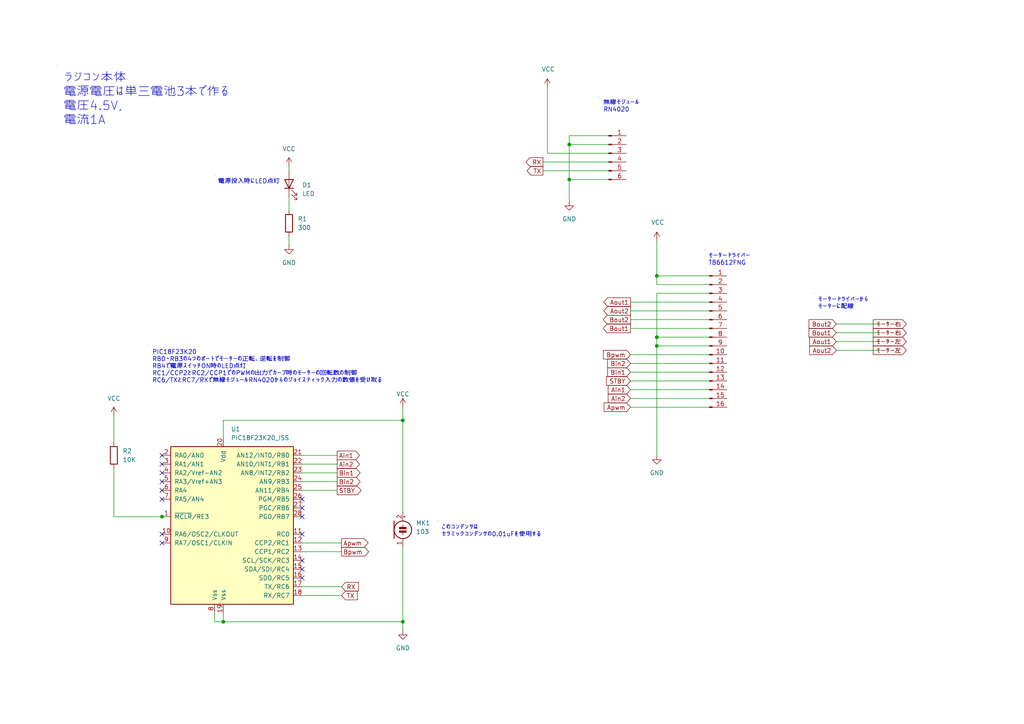
<source format=kicad_sch>
(kicad_sch
	(version 20231120)
	(generator "eeschema")
	(generator_version "8.0")
	(uuid "f8a806e4-d1e9-4f05-a33a-aab8c078e390")
	(paper "A4")
	(title_block
		(title "無線式ラジコン　RECEIVER")
	)
	(lib_symbols
		(symbol "Connector:Conn_01x06_Pin"
			(pin_names
				(offset 1.016) hide)
			(exclude_from_sim no)
			(in_bom yes)
			(on_board yes)
			(property "Reference" "J"
				(at 0 7.62 0)
				(effects
					(font
						(size 1.27 1.27)
					)
				)
			)
			(property "Value" "Conn_01x06_Pin"
				(at 0 -10.16 0)
				(effects
					(font
						(size 1.27 1.27)
					)
				)
			)
			(property "Footprint" ""
				(at 0 0 0)
				(effects
					(font
						(size 1.27 1.27)
					)
					(hide yes)
				)
			)
			(property "Datasheet" "~"
				(at 0 0 0)
				(effects
					(font
						(size 1.27 1.27)
					)
					(hide yes)
				)
			)
			(property "Description" "Generic connector, single row, 01x06, script generated"
				(at 0 0 0)
				(effects
					(font
						(size 1.27 1.27)
					)
					(hide yes)
				)
			)
			(property "ki_locked" ""
				(at 0 0 0)
				(effects
					(font
						(size 1.27 1.27)
					)
				)
			)
			(property "ki_keywords" "connector"
				(at 0 0 0)
				(effects
					(font
						(size 1.27 1.27)
					)
					(hide yes)
				)
			)
			(property "ki_fp_filters" "Connector*:*_1x??_*"
				(at 0 0 0)
				(effects
					(font
						(size 1.27 1.27)
					)
					(hide yes)
				)
			)
			(symbol "Conn_01x06_Pin_1_1"
				(polyline
					(pts
						(xy 1.27 -7.62) (xy 0.8636 -7.62)
					)
					(stroke
						(width 0.1524)
						(type default)
					)
					(fill
						(type none)
					)
				)
				(polyline
					(pts
						(xy 1.27 -5.08) (xy 0.8636 -5.08)
					)
					(stroke
						(width 0.1524)
						(type default)
					)
					(fill
						(type none)
					)
				)
				(polyline
					(pts
						(xy 1.27 -2.54) (xy 0.8636 -2.54)
					)
					(stroke
						(width 0.1524)
						(type default)
					)
					(fill
						(type none)
					)
				)
				(polyline
					(pts
						(xy 1.27 0) (xy 0.8636 0)
					)
					(stroke
						(width 0.1524)
						(type default)
					)
					(fill
						(type none)
					)
				)
				(polyline
					(pts
						(xy 1.27 2.54) (xy 0.8636 2.54)
					)
					(stroke
						(width 0.1524)
						(type default)
					)
					(fill
						(type none)
					)
				)
				(polyline
					(pts
						(xy 1.27 5.08) (xy 0.8636 5.08)
					)
					(stroke
						(width 0.1524)
						(type default)
					)
					(fill
						(type none)
					)
				)
				(rectangle
					(start 0.8636 -7.493)
					(end 0 -7.747)
					(stroke
						(width 0.1524)
						(type default)
					)
					(fill
						(type outline)
					)
				)
				(rectangle
					(start 0.8636 -4.953)
					(end 0 -5.207)
					(stroke
						(width 0.1524)
						(type default)
					)
					(fill
						(type outline)
					)
				)
				(rectangle
					(start 0.8636 -2.413)
					(end 0 -2.667)
					(stroke
						(width 0.1524)
						(type default)
					)
					(fill
						(type outline)
					)
				)
				(rectangle
					(start 0.8636 0.127)
					(end 0 -0.127)
					(stroke
						(width 0.1524)
						(type default)
					)
					(fill
						(type outline)
					)
				)
				(rectangle
					(start 0.8636 2.667)
					(end 0 2.413)
					(stroke
						(width 0.1524)
						(type default)
					)
					(fill
						(type outline)
					)
				)
				(rectangle
					(start 0.8636 5.207)
					(end 0 4.953)
					(stroke
						(width 0.1524)
						(type default)
					)
					(fill
						(type outline)
					)
				)
				(pin passive line
					(at 5.08 5.08 180)
					(length 3.81)
					(name "Pin_1"
						(effects
							(font
								(size 1.27 1.27)
							)
						)
					)
					(number "1"
						(effects
							(font
								(size 1.27 1.27)
							)
						)
					)
				)
				(pin passive line
					(at 5.08 2.54 180)
					(length 3.81)
					(name "Pin_2"
						(effects
							(font
								(size 1.27 1.27)
							)
						)
					)
					(number "2"
						(effects
							(font
								(size 1.27 1.27)
							)
						)
					)
				)
				(pin passive line
					(at 5.08 0 180)
					(length 3.81)
					(name "Pin_3"
						(effects
							(font
								(size 1.27 1.27)
							)
						)
					)
					(number "3"
						(effects
							(font
								(size 1.27 1.27)
							)
						)
					)
				)
				(pin passive line
					(at 5.08 -2.54 180)
					(length 3.81)
					(name "Pin_4"
						(effects
							(font
								(size 1.27 1.27)
							)
						)
					)
					(number "4"
						(effects
							(font
								(size 1.27 1.27)
							)
						)
					)
				)
				(pin passive line
					(at 5.08 -5.08 180)
					(length 3.81)
					(name "Pin_5"
						(effects
							(font
								(size 1.27 1.27)
							)
						)
					)
					(number "5"
						(effects
							(font
								(size 1.27 1.27)
							)
						)
					)
				)
				(pin passive line
					(at 5.08 -7.62 180)
					(length 3.81)
					(name "Pin_6"
						(effects
							(font
								(size 1.27 1.27)
							)
						)
					)
					(number "6"
						(effects
							(font
								(size 1.27 1.27)
							)
						)
					)
				)
			)
		)
		(symbol "Connector:Conn_01x16_Pin"
			(pin_names
				(offset 1.016) hide)
			(exclude_from_sim no)
			(in_bom yes)
			(on_board yes)
			(property "Reference" "J"
				(at 0 20.32 0)
				(effects
					(font
						(size 1.27 1.27)
					)
				)
			)
			(property "Value" "Conn_01x16_Pin"
				(at 0 -22.86 0)
				(effects
					(font
						(size 1.27 1.27)
					)
				)
			)
			(property "Footprint" ""
				(at 0 0 0)
				(effects
					(font
						(size 1.27 1.27)
					)
					(hide yes)
				)
			)
			(property "Datasheet" "~"
				(at 0 0 0)
				(effects
					(font
						(size 1.27 1.27)
					)
					(hide yes)
				)
			)
			(property "Description" "Generic connector, single row, 01x16, script generated"
				(at 0 0 0)
				(effects
					(font
						(size 1.27 1.27)
					)
					(hide yes)
				)
			)
			(property "ki_locked" ""
				(at 0 0 0)
				(effects
					(font
						(size 1.27 1.27)
					)
				)
			)
			(property "ki_keywords" "connector"
				(at 0 0 0)
				(effects
					(font
						(size 1.27 1.27)
					)
					(hide yes)
				)
			)
			(property "ki_fp_filters" "Connector*:*_1x??_*"
				(at 0 0 0)
				(effects
					(font
						(size 1.27 1.27)
					)
					(hide yes)
				)
			)
			(symbol "Conn_01x16_Pin_1_1"
				(polyline
					(pts
						(xy 1.27 -20.32) (xy 0.8636 -20.32)
					)
					(stroke
						(width 0.1524)
						(type default)
					)
					(fill
						(type none)
					)
				)
				(polyline
					(pts
						(xy 1.27 -17.78) (xy 0.8636 -17.78)
					)
					(stroke
						(width 0.1524)
						(type default)
					)
					(fill
						(type none)
					)
				)
				(polyline
					(pts
						(xy 1.27 -15.24) (xy 0.8636 -15.24)
					)
					(stroke
						(width 0.1524)
						(type default)
					)
					(fill
						(type none)
					)
				)
				(polyline
					(pts
						(xy 1.27 -12.7) (xy 0.8636 -12.7)
					)
					(stroke
						(width 0.1524)
						(type default)
					)
					(fill
						(type none)
					)
				)
				(polyline
					(pts
						(xy 1.27 -10.16) (xy 0.8636 -10.16)
					)
					(stroke
						(width 0.1524)
						(type default)
					)
					(fill
						(type none)
					)
				)
				(polyline
					(pts
						(xy 1.27 -7.62) (xy 0.8636 -7.62)
					)
					(stroke
						(width 0.1524)
						(type default)
					)
					(fill
						(type none)
					)
				)
				(polyline
					(pts
						(xy 1.27 -5.08) (xy 0.8636 -5.08)
					)
					(stroke
						(width 0.1524)
						(type default)
					)
					(fill
						(type none)
					)
				)
				(polyline
					(pts
						(xy 1.27 -2.54) (xy 0.8636 -2.54)
					)
					(stroke
						(width 0.1524)
						(type default)
					)
					(fill
						(type none)
					)
				)
				(polyline
					(pts
						(xy 1.27 0) (xy 0.8636 0)
					)
					(stroke
						(width 0.1524)
						(type default)
					)
					(fill
						(type none)
					)
				)
				(polyline
					(pts
						(xy 1.27 2.54) (xy 0.8636 2.54)
					)
					(stroke
						(width 0.1524)
						(type default)
					)
					(fill
						(type none)
					)
				)
				(polyline
					(pts
						(xy 1.27 5.08) (xy 0.8636 5.08)
					)
					(stroke
						(width 0.1524)
						(type default)
					)
					(fill
						(type none)
					)
				)
				(polyline
					(pts
						(xy 1.27 7.62) (xy 0.8636 7.62)
					)
					(stroke
						(width 0.1524)
						(type default)
					)
					(fill
						(type none)
					)
				)
				(polyline
					(pts
						(xy 1.27 10.16) (xy 0.8636 10.16)
					)
					(stroke
						(width 0.1524)
						(type default)
					)
					(fill
						(type none)
					)
				)
				(polyline
					(pts
						(xy 1.27 12.7) (xy 0.8636 12.7)
					)
					(stroke
						(width 0.1524)
						(type default)
					)
					(fill
						(type none)
					)
				)
				(polyline
					(pts
						(xy 1.27 15.24) (xy 0.8636 15.24)
					)
					(stroke
						(width 0.1524)
						(type default)
					)
					(fill
						(type none)
					)
				)
				(polyline
					(pts
						(xy 1.27 17.78) (xy 0.8636 17.78)
					)
					(stroke
						(width 0.1524)
						(type default)
					)
					(fill
						(type none)
					)
				)
				(rectangle
					(start 0.8636 -20.193)
					(end 0 -20.447)
					(stroke
						(width 0.1524)
						(type default)
					)
					(fill
						(type outline)
					)
				)
				(rectangle
					(start 0.8636 -17.653)
					(end 0 -17.907)
					(stroke
						(width 0.1524)
						(type default)
					)
					(fill
						(type outline)
					)
				)
				(rectangle
					(start 0.8636 -15.113)
					(end 0 -15.367)
					(stroke
						(width 0.1524)
						(type default)
					)
					(fill
						(type outline)
					)
				)
				(rectangle
					(start 0.8636 -12.573)
					(end 0 -12.827)
					(stroke
						(width 0.1524)
						(type default)
					)
					(fill
						(type outline)
					)
				)
				(rectangle
					(start 0.8636 -10.033)
					(end 0 -10.287)
					(stroke
						(width 0.1524)
						(type default)
					)
					(fill
						(type outline)
					)
				)
				(rectangle
					(start 0.8636 -7.493)
					(end 0 -7.747)
					(stroke
						(width 0.1524)
						(type default)
					)
					(fill
						(type outline)
					)
				)
				(rectangle
					(start 0.8636 -4.953)
					(end 0 -5.207)
					(stroke
						(width 0.1524)
						(type default)
					)
					(fill
						(type outline)
					)
				)
				(rectangle
					(start 0.8636 -2.413)
					(end 0 -2.667)
					(stroke
						(width 0.1524)
						(type default)
					)
					(fill
						(type outline)
					)
				)
				(rectangle
					(start 0.8636 0.127)
					(end 0 -0.127)
					(stroke
						(width 0.1524)
						(type default)
					)
					(fill
						(type outline)
					)
				)
				(rectangle
					(start 0.8636 2.667)
					(end 0 2.413)
					(stroke
						(width 0.1524)
						(type default)
					)
					(fill
						(type outline)
					)
				)
				(rectangle
					(start 0.8636 5.207)
					(end 0 4.953)
					(stroke
						(width 0.1524)
						(type default)
					)
					(fill
						(type outline)
					)
				)
				(rectangle
					(start 0.8636 7.747)
					(end 0 7.493)
					(stroke
						(width 0.1524)
						(type default)
					)
					(fill
						(type outline)
					)
				)
				(rectangle
					(start 0.8636 10.287)
					(end 0 10.033)
					(stroke
						(width 0.1524)
						(type default)
					)
					(fill
						(type outline)
					)
				)
				(rectangle
					(start 0.8636 12.827)
					(end 0 12.573)
					(stroke
						(width 0.1524)
						(type default)
					)
					(fill
						(type outline)
					)
				)
				(rectangle
					(start 0.8636 15.367)
					(end 0 15.113)
					(stroke
						(width 0.1524)
						(type default)
					)
					(fill
						(type outline)
					)
				)
				(rectangle
					(start 0.8636 17.907)
					(end 0 17.653)
					(stroke
						(width 0.1524)
						(type default)
					)
					(fill
						(type outline)
					)
				)
				(pin passive line
					(at 5.08 17.78 180)
					(length 3.81)
					(name "Pin_1"
						(effects
							(font
								(size 1.27 1.27)
							)
						)
					)
					(number "1"
						(effects
							(font
								(size 1.27 1.27)
							)
						)
					)
				)
				(pin passive line
					(at 5.08 -5.08 180)
					(length 3.81)
					(name "Pin_10"
						(effects
							(font
								(size 1.27 1.27)
							)
						)
					)
					(number "10"
						(effects
							(font
								(size 1.27 1.27)
							)
						)
					)
				)
				(pin passive line
					(at 5.08 -7.62 180)
					(length 3.81)
					(name "Pin_11"
						(effects
							(font
								(size 1.27 1.27)
							)
						)
					)
					(number "11"
						(effects
							(font
								(size 1.27 1.27)
							)
						)
					)
				)
				(pin passive line
					(at 5.08 -10.16 180)
					(length 3.81)
					(name "Pin_12"
						(effects
							(font
								(size 1.27 1.27)
							)
						)
					)
					(number "12"
						(effects
							(font
								(size 1.27 1.27)
							)
						)
					)
				)
				(pin passive line
					(at 5.08 -12.7 180)
					(length 3.81)
					(name "Pin_13"
						(effects
							(font
								(size 1.27 1.27)
							)
						)
					)
					(number "13"
						(effects
							(font
								(size 1.27 1.27)
							)
						)
					)
				)
				(pin passive line
					(at 5.08 -15.24 180)
					(length 3.81)
					(name "Pin_14"
						(effects
							(font
								(size 1.27 1.27)
							)
						)
					)
					(number "14"
						(effects
							(font
								(size 1.27 1.27)
							)
						)
					)
				)
				(pin passive line
					(at 5.08 -17.78 180)
					(length 3.81)
					(name "Pin_15"
						(effects
							(font
								(size 1.27 1.27)
							)
						)
					)
					(number "15"
						(effects
							(font
								(size 1.27 1.27)
							)
						)
					)
				)
				(pin passive line
					(at 5.08 -20.32 180)
					(length 3.81)
					(name "Pin_16"
						(effects
							(font
								(size 1.27 1.27)
							)
						)
					)
					(number "16"
						(effects
							(font
								(size 1.27 1.27)
							)
						)
					)
				)
				(pin passive line
					(at 5.08 15.24 180)
					(length 3.81)
					(name "Pin_2"
						(effects
							(font
								(size 1.27 1.27)
							)
						)
					)
					(number "2"
						(effects
							(font
								(size 1.27 1.27)
							)
						)
					)
				)
				(pin passive line
					(at 5.08 12.7 180)
					(length 3.81)
					(name "Pin_3"
						(effects
							(font
								(size 1.27 1.27)
							)
						)
					)
					(number "3"
						(effects
							(font
								(size 1.27 1.27)
							)
						)
					)
				)
				(pin passive line
					(at 5.08 10.16 180)
					(length 3.81)
					(name "Pin_4"
						(effects
							(font
								(size 1.27 1.27)
							)
						)
					)
					(number "4"
						(effects
							(font
								(size 1.27 1.27)
							)
						)
					)
				)
				(pin passive line
					(at 5.08 7.62 180)
					(length 3.81)
					(name "Pin_5"
						(effects
							(font
								(size 1.27 1.27)
							)
						)
					)
					(number "5"
						(effects
							(font
								(size 1.27 1.27)
							)
						)
					)
				)
				(pin passive line
					(at 5.08 5.08 180)
					(length 3.81)
					(name "Pin_6"
						(effects
							(font
								(size 1.27 1.27)
							)
						)
					)
					(number "6"
						(effects
							(font
								(size 1.27 1.27)
							)
						)
					)
				)
				(pin passive line
					(at 5.08 2.54 180)
					(length 3.81)
					(name "Pin_7"
						(effects
							(font
								(size 1.27 1.27)
							)
						)
					)
					(number "7"
						(effects
							(font
								(size 1.27 1.27)
							)
						)
					)
				)
				(pin passive line
					(at 5.08 0 180)
					(length 3.81)
					(name "Pin_8"
						(effects
							(font
								(size 1.27 1.27)
							)
						)
					)
					(number "8"
						(effects
							(font
								(size 1.27 1.27)
							)
						)
					)
				)
				(pin passive line
					(at 5.08 -2.54 180)
					(length 3.81)
					(name "Pin_9"
						(effects
							(font
								(size 1.27 1.27)
							)
						)
					)
					(number "9"
						(effects
							(font
								(size 1.27 1.27)
							)
						)
					)
				)
			)
		)
		(symbol "Device:LED"
			(pin_numbers hide)
			(pin_names
				(offset 1.016) hide)
			(exclude_from_sim no)
			(in_bom yes)
			(on_board yes)
			(property "Reference" "D"
				(at 0 2.54 0)
				(effects
					(font
						(size 1.27 1.27)
					)
				)
			)
			(property "Value" "LED"
				(at 0 -2.54 0)
				(effects
					(font
						(size 1.27 1.27)
					)
				)
			)
			(property "Footprint" ""
				(at 0 0 0)
				(effects
					(font
						(size 1.27 1.27)
					)
					(hide yes)
				)
			)
			(property "Datasheet" "~"
				(at 0 0 0)
				(effects
					(font
						(size 1.27 1.27)
					)
					(hide yes)
				)
			)
			(property "Description" "Light emitting diode"
				(at 0 0 0)
				(effects
					(font
						(size 1.27 1.27)
					)
					(hide yes)
				)
			)
			(property "ki_keywords" "LED diode"
				(at 0 0 0)
				(effects
					(font
						(size 1.27 1.27)
					)
					(hide yes)
				)
			)
			(property "ki_fp_filters" "LED* LED_SMD:* LED_THT:*"
				(at 0 0 0)
				(effects
					(font
						(size 1.27 1.27)
					)
					(hide yes)
				)
			)
			(symbol "LED_0_1"
				(polyline
					(pts
						(xy -1.27 -1.27) (xy -1.27 1.27)
					)
					(stroke
						(width 0.254)
						(type default)
					)
					(fill
						(type none)
					)
				)
				(polyline
					(pts
						(xy -1.27 0) (xy 1.27 0)
					)
					(stroke
						(width 0)
						(type default)
					)
					(fill
						(type none)
					)
				)
				(polyline
					(pts
						(xy 1.27 -1.27) (xy 1.27 1.27) (xy -1.27 0) (xy 1.27 -1.27)
					)
					(stroke
						(width 0.254)
						(type default)
					)
					(fill
						(type none)
					)
				)
				(polyline
					(pts
						(xy -3.048 -0.762) (xy -4.572 -2.286) (xy -3.81 -2.286) (xy -4.572 -2.286) (xy -4.572 -1.524)
					)
					(stroke
						(width 0)
						(type default)
					)
					(fill
						(type none)
					)
				)
				(polyline
					(pts
						(xy -1.778 -0.762) (xy -3.302 -2.286) (xy -2.54 -2.286) (xy -3.302 -2.286) (xy -3.302 -1.524)
					)
					(stroke
						(width 0)
						(type default)
					)
					(fill
						(type none)
					)
				)
			)
			(symbol "LED_1_1"
				(pin passive line
					(at -3.81 0 0)
					(length 2.54)
					(name "K"
						(effects
							(font
								(size 1.27 1.27)
							)
						)
					)
					(number "1"
						(effects
							(font
								(size 1.27 1.27)
							)
						)
					)
				)
				(pin passive line
					(at 3.81 0 180)
					(length 2.54)
					(name "A"
						(effects
							(font
								(size 1.27 1.27)
							)
						)
					)
					(number "2"
						(effects
							(font
								(size 1.27 1.27)
							)
						)
					)
				)
			)
		)
		(symbol "Device:Microphone_Condenser"
			(pin_names
				(offset 0.0254) hide)
			(exclude_from_sim no)
			(in_bom yes)
			(on_board yes)
			(property "Reference" "MK"
				(at -3.302 1.27 0)
				(effects
					(font
						(size 1.27 1.27)
					)
					(justify right)
				)
			)
			(property "Value" "Microphone_Condenser"
				(at -3.302 -0.635 0)
				(effects
					(font
						(size 1.27 1.27)
					)
					(justify right)
				)
			)
			(property "Footprint" ""
				(at 0 2.54 90)
				(effects
					(font
						(size 1.27 1.27)
					)
					(hide yes)
				)
			)
			(property "Datasheet" "~"
				(at 0 2.54 90)
				(effects
					(font
						(size 1.27 1.27)
					)
					(hide yes)
				)
			)
			(property "Description" "Condenser microphone"
				(at 0 0 0)
				(effects
					(font
						(size 1.27 1.27)
					)
					(hide yes)
				)
			)
			(property "ki_keywords" "capacitance condenser microphone"
				(at 0 0 0)
				(effects
					(font
						(size 1.27 1.27)
					)
					(hide yes)
				)
			)
			(symbol "Microphone_Condenser_0_1"
				(polyline
					(pts
						(xy -2.54 2.54) (xy -2.54 -2.54)
					)
					(stroke
						(width 0.254)
						(type default)
					)
					(fill
						(type none)
					)
				)
				(polyline
					(pts
						(xy 0 -0.762) (xy 0 -1.524)
					)
					(stroke
						(width 0)
						(type default)
					)
					(fill
						(type none)
					)
				)
				(polyline
					(pts
						(xy 0 0.762) (xy 0 1.524)
					)
					(stroke
						(width 0)
						(type default)
					)
					(fill
						(type none)
					)
				)
				(polyline
					(pts
						(xy 0.254 3.81) (xy 0.762 3.81)
					)
					(stroke
						(width 0)
						(type default)
					)
					(fill
						(type none)
					)
				)
				(polyline
					(pts
						(xy 0.508 4.064) (xy 0.508 3.556)
					)
					(stroke
						(width 0)
						(type default)
					)
					(fill
						(type none)
					)
				)
				(circle
					(center 0 0)
					(radius 2.54)
					(stroke
						(width 0.254)
						(type default)
					)
					(fill
						(type none)
					)
				)
				(rectangle
					(start 1.016 -0.254)
					(end -1.016 -0.762)
					(stroke
						(width 0)
						(type default)
					)
					(fill
						(type outline)
					)
				)
				(rectangle
					(start 1.016 0.762)
					(end -1.016 0.254)
					(stroke
						(width 0)
						(type default)
					)
					(fill
						(type outline)
					)
				)
			)
			(symbol "Microphone_Condenser_1_1"
				(pin passive line
					(at 0 -5.08 90)
					(length 2.54)
					(name "-"
						(effects
							(font
								(size 1.27 1.27)
							)
						)
					)
					(number "1"
						(effects
							(font
								(size 1.27 1.27)
							)
						)
					)
				)
				(pin passive line
					(at 0 5.08 270)
					(length 2.54)
					(name "+"
						(effects
							(font
								(size 1.27 1.27)
							)
						)
					)
					(number "2"
						(effects
							(font
								(size 1.27 1.27)
							)
						)
					)
				)
			)
		)
		(symbol "Device:R"
			(pin_numbers hide)
			(pin_names
				(offset 0)
			)
			(exclude_from_sim no)
			(in_bom yes)
			(on_board yes)
			(property "Reference" "R"
				(at 2.032 0 90)
				(effects
					(font
						(size 1.27 1.27)
					)
				)
			)
			(property "Value" "R"
				(at 0 0 90)
				(effects
					(font
						(size 1.27 1.27)
					)
				)
			)
			(property "Footprint" ""
				(at -1.778 0 90)
				(effects
					(font
						(size 1.27 1.27)
					)
					(hide yes)
				)
			)
			(property "Datasheet" "~"
				(at 0 0 0)
				(effects
					(font
						(size 1.27 1.27)
					)
					(hide yes)
				)
			)
			(property "Description" "Resistor"
				(at 0 0 0)
				(effects
					(font
						(size 1.27 1.27)
					)
					(hide yes)
				)
			)
			(property "ki_keywords" "R res resistor"
				(at 0 0 0)
				(effects
					(font
						(size 1.27 1.27)
					)
					(hide yes)
				)
			)
			(property "ki_fp_filters" "R_*"
				(at 0 0 0)
				(effects
					(font
						(size 1.27 1.27)
					)
					(hide yes)
				)
			)
			(symbol "R_0_1"
				(rectangle
					(start -1.016 -2.54)
					(end 1.016 2.54)
					(stroke
						(width 0.254)
						(type default)
					)
					(fill
						(type none)
					)
				)
			)
			(symbol "R_1_1"
				(pin passive line
					(at 0 3.81 270)
					(length 1.27)
					(name "~"
						(effects
							(font
								(size 1.27 1.27)
							)
						)
					)
					(number "1"
						(effects
							(font
								(size 1.27 1.27)
							)
						)
					)
				)
				(pin passive line
					(at 0 -3.81 90)
					(length 1.27)
					(name "~"
						(effects
							(font
								(size 1.27 1.27)
							)
						)
					)
					(number "2"
						(effects
							(font
								(size 1.27 1.27)
							)
						)
					)
				)
			)
		)
		(symbol "MCU_Microchip_PIC18:PIC18F23K20_ISS"
			(pin_names
				(offset 1.016)
			)
			(exclude_from_sim no)
			(in_bom yes)
			(on_board yes)
			(property "Reference" "U"
				(at -17.78 24.13 0)
				(effects
					(font
						(size 1.27 1.27)
					)
					(justify left)
				)
			)
			(property "Value" "PIC18F23K20_ISS"
				(at 17.78 24.13 0)
				(effects
					(font
						(size 1.27 1.27)
					)
					(justify right)
				)
			)
			(property "Footprint" "Package_SO:SSOP-28_5.3x10.2mm_P0.65mm"
				(at -12.7 -12.7 0)
				(effects
					(font
						(size 1.27 1.27)
					)
					(hide yes)
				)
			)
			(property "Datasheet" "http://ww1.microchip.com/downloads/en/DeviceDoc/40001303H.pdf"
				(at 0 -1.27 0)
				(effects
					(font
						(size 1.27 1.27)
					)
					(hide yes)
				)
			)
			(property "Description" "8K Flash, 512Byte RAM, 256Byte EEPROM, PIC18 Microcontroller ADC PWM SPI I2C USART in SSOP28 package"
				(at 0 0 0)
				(effects
					(font
						(size 1.27 1.27)
					)
					(hide yes)
				)
			)
			(property "ki_keywords" "microcontroller PIC18F flash XLP"
				(at 0 0 0)
				(effects
					(font
						(size 1.27 1.27)
					)
					(hide yes)
				)
			)
			(property "ki_fp_filters" "SSOP*5.3x10.2mm*P0.65mm*"
				(at 0 0 0)
				(effects
					(font
						(size 1.27 1.27)
					)
					(hide yes)
				)
			)
			(symbol "PIC18F23K20_ISS_0_1"
				(rectangle
					(start -17.78 22.86)
					(end 17.78 -22.86)
					(stroke
						(width 0.254)
						(type default)
					)
					(fill
						(type background)
					)
				)
			)
			(symbol "PIC18F23K20_ISS_1_1"
				(pin bidirectional line
					(at -20.32 2.54 0)
					(length 2.54)
					(name "~{MCLR}/RE3"
						(effects
							(font
								(size 1.27 1.27)
							)
						)
					)
					(number "1"
						(effects
							(font
								(size 1.27 1.27)
							)
						)
					)
				)
				(pin input line
					(at -20.32 -2.54 0)
					(length 2.54)
					(name "RA6/OSC2/CLKOUT"
						(effects
							(font
								(size 1.27 1.27)
							)
						)
					)
					(number "10"
						(effects
							(font
								(size 1.27 1.27)
							)
						)
					)
				)
				(pin bidirectional line
					(at 20.32 -2.54 180)
					(length 2.54)
					(name "RC0"
						(effects
							(font
								(size 1.27 1.27)
							)
						)
					)
					(number "11"
						(effects
							(font
								(size 1.27 1.27)
							)
						)
					)
				)
				(pin bidirectional line
					(at 20.32 -5.08 180)
					(length 2.54)
					(name "CCP2/RC1"
						(effects
							(font
								(size 1.27 1.27)
							)
						)
					)
					(number "12"
						(effects
							(font
								(size 1.27 1.27)
							)
						)
					)
				)
				(pin bidirectional line
					(at 20.32 -7.62 180)
					(length 2.54)
					(name "CCP1/RC2"
						(effects
							(font
								(size 1.27 1.27)
							)
						)
					)
					(number "13"
						(effects
							(font
								(size 1.27 1.27)
							)
						)
					)
				)
				(pin bidirectional line
					(at 20.32 -10.16 180)
					(length 2.54)
					(name "SCL/SCK/RC3"
						(effects
							(font
								(size 1.27 1.27)
							)
						)
					)
					(number "14"
						(effects
							(font
								(size 1.27 1.27)
							)
						)
					)
				)
				(pin bidirectional line
					(at 20.32 -12.7 180)
					(length 2.54)
					(name "SDA/SDI/RC4"
						(effects
							(font
								(size 1.27 1.27)
							)
						)
					)
					(number "15"
						(effects
							(font
								(size 1.27 1.27)
							)
						)
					)
				)
				(pin bidirectional line
					(at 20.32 -15.24 180)
					(length 2.54)
					(name "SDO/RC5"
						(effects
							(font
								(size 1.27 1.27)
							)
						)
					)
					(number "16"
						(effects
							(font
								(size 1.27 1.27)
							)
						)
					)
				)
				(pin bidirectional line
					(at 20.32 -17.78 180)
					(length 2.54)
					(name "TX/RC6"
						(effects
							(font
								(size 1.27 1.27)
							)
						)
					)
					(number "17"
						(effects
							(font
								(size 1.27 1.27)
							)
						)
					)
				)
				(pin bidirectional line
					(at 20.32 -20.32 180)
					(length 2.54)
					(name "RX/RC7"
						(effects
							(font
								(size 1.27 1.27)
							)
						)
					)
					(number "18"
						(effects
							(font
								(size 1.27 1.27)
							)
						)
					)
				)
				(pin power_in line
					(at -2.54 -25.4 90)
					(length 2.54)
					(name "Vss"
						(effects
							(font
								(size 1.27 1.27)
							)
						)
					)
					(number "19"
						(effects
							(font
								(size 1.27 1.27)
							)
						)
					)
				)
				(pin bidirectional line
					(at -20.32 20.32 0)
					(length 2.54)
					(name "RA0/AN0"
						(effects
							(font
								(size 1.27 1.27)
							)
						)
					)
					(number "2"
						(effects
							(font
								(size 1.27 1.27)
							)
						)
					)
				)
				(pin power_in line
					(at -2.54 25.4 270)
					(length 2.54)
					(name "Vdd"
						(effects
							(font
								(size 1.27 1.27)
							)
						)
					)
					(number "20"
						(effects
							(font
								(size 1.27 1.27)
							)
						)
					)
				)
				(pin bidirectional line
					(at 20.32 20.32 180)
					(length 2.54)
					(name "AN12/INT0/RB0"
						(effects
							(font
								(size 1.27 1.27)
							)
						)
					)
					(number "21"
						(effects
							(font
								(size 1.27 1.27)
							)
						)
					)
				)
				(pin bidirectional line
					(at 20.32 17.78 180)
					(length 2.54)
					(name "AN10/INT1/RB1"
						(effects
							(font
								(size 1.27 1.27)
							)
						)
					)
					(number "22"
						(effects
							(font
								(size 1.27 1.27)
							)
						)
					)
				)
				(pin bidirectional line
					(at 20.32 15.24 180)
					(length 2.54)
					(name "AN8/INT2/RB2"
						(effects
							(font
								(size 1.27 1.27)
							)
						)
					)
					(number "23"
						(effects
							(font
								(size 1.27 1.27)
							)
						)
					)
				)
				(pin bidirectional line
					(at 20.32 12.7 180)
					(length 2.54)
					(name "AN9/RB3"
						(effects
							(font
								(size 1.27 1.27)
							)
						)
					)
					(number "24"
						(effects
							(font
								(size 1.27 1.27)
							)
						)
					)
				)
				(pin bidirectional line
					(at 20.32 10.16 180)
					(length 2.54)
					(name "AN11/RB4"
						(effects
							(font
								(size 1.27 1.27)
							)
						)
					)
					(number "25"
						(effects
							(font
								(size 1.27 1.27)
							)
						)
					)
				)
				(pin bidirectional line
					(at 20.32 7.62 180)
					(length 2.54)
					(name "PGM/RB5"
						(effects
							(font
								(size 1.27 1.27)
							)
						)
					)
					(number "26"
						(effects
							(font
								(size 1.27 1.27)
							)
						)
					)
				)
				(pin bidirectional line
					(at 20.32 5.08 180)
					(length 2.54)
					(name "PGC/RB6"
						(effects
							(font
								(size 1.27 1.27)
							)
						)
					)
					(number "27"
						(effects
							(font
								(size 1.27 1.27)
							)
						)
					)
				)
				(pin bidirectional line
					(at 20.32 2.54 180)
					(length 2.54)
					(name "PGD/RB7"
						(effects
							(font
								(size 1.27 1.27)
							)
						)
					)
					(number "28"
						(effects
							(font
								(size 1.27 1.27)
							)
						)
					)
				)
				(pin bidirectional line
					(at -20.32 17.78 0)
					(length 2.54)
					(name "RA1/AN1"
						(effects
							(font
								(size 1.27 1.27)
							)
						)
					)
					(number "3"
						(effects
							(font
								(size 1.27 1.27)
							)
						)
					)
				)
				(pin bidirectional line
					(at -20.32 15.24 0)
					(length 2.54)
					(name "RA2/Vref-AN2"
						(effects
							(font
								(size 1.27 1.27)
							)
						)
					)
					(number "4"
						(effects
							(font
								(size 1.27 1.27)
							)
						)
					)
				)
				(pin bidirectional line
					(at -20.32 12.7 0)
					(length 2.54)
					(name "RA3/Vref+AN3"
						(effects
							(font
								(size 1.27 1.27)
							)
						)
					)
					(number "5"
						(effects
							(font
								(size 1.27 1.27)
							)
						)
					)
				)
				(pin power_in line
					(at -20.32 10.16 0)
					(length 2.54)
					(name "RA4"
						(effects
							(font
								(size 1.27 1.27)
							)
						)
					)
					(number "6"
						(effects
							(font
								(size 1.27 1.27)
							)
						)
					)
				)
				(pin bidirectional line
					(at -20.32 7.62 0)
					(length 2.54)
					(name "RA5/AN4"
						(effects
							(font
								(size 1.27 1.27)
							)
						)
					)
					(number "7"
						(effects
							(font
								(size 1.27 1.27)
							)
						)
					)
				)
				(pin power_in line
					(at -5.08 -25.4 90)
					(length 2.54)
					(name "Vss"
						(effects
							(font
								(size 1.27 1.27)
							)
						)
					)
					(number "8"
						(effects
							(font
								(size 1.27 1.27)
							)
						)
					)
				)
				(pin input line
					(at -20.32 -5.08 0)
					(length 2.54)
					(name "RA7/OSC1/CLKIN"
						(effects
							(font
								(size 1.27 1.27)
							)
						)
					)
					(number "9"
						(effects
							(font
								(size 1.27 1.27)
							)
						)
					)
				)
			)
		)
		(symbol "power:GND"
			(power)
			(pin_numbers hide)
			(pin_names
				(offset 0) hide)
			(exclude_from_sim no)
			(in_bom yes)
			(on_board yes)
			(property "Reference" "#PWR"
				(at 0 -6.35 0)
				(effects
					(font
						(size 1.27 1.27)
					)
					(hide yes)
				)
			)
			(property "Value" "GND"
				(at 0 -3.81 0)
				(effects
					(font
						(size 1.27 1.27)
					)
				)
			)
			(property "Footprint" ""
				(at 0 0 0)
				(effects
					(font
						(size 1.27 1.27)
					)
					(hide yes)
				)
			)
			(property "Datasheet" ""
				(at 0 0 0)
				(effects
					(font
						(size 1.27 1.27)
					)
					(hide yes)
				)
			)
			(property "Description" "Power symbol creates a global label with name \"GND\" , ground"
				(at 0 0 0)
				(effects
					(font
						(size 1.27 1.27)
					)
					(hide yes)
				)
			)
			(property "ki_keywords" "global power"
				(at 0 0 0)
				(effects
					(font
						(size 1.27 1.27)
					)
					(hide yes)
				)
			)
			(symbol "GND_0_1"
				(polyline
					(pts
						(xy 0 0) (xy 0 -1.27) (xy 1.27 -1.27) (xy 0 -2.54) (xy -1.27 -1.27) (xy 0 -1.27)
					)
					(stroke
						(width 0)
						(type default)
					)
					(fill
						(type none)
					)
				)
			)
			(symbol "GND_1_1"
				(pin power_in line
					(at 0 0 270)
					(length 0)
					(name "~"
						(effects
							(font
								(size 1.27 1.27)
							)
						)
					)
					(number "1"
						(effects
							(font
								(size 1.27 1.27)
							)
						)
					)
				)
			)
		)
		(symbol "power:VCC"
			(power)
			(pin_numbers hide)
			(pin_names
				(offset 0) hide)
			(exclude_from_sim no)
			(in_bom yes)
			(on_board yes)
			(property "Reference" "#PWR"
				(at 0 -3.81 0)
				(effects
					(font
						(size 1.27 1.27)
					)
					(hide yes)
				)
			)
			(property "Value" "VCC"
				(at 0 3.556 0)
				(effects
					(font
						(size 1.27 1.27)
					)
				)
			)
			(property "Footprint" ""
				(at 0 0 0)
				(effects
					(font
						(size 1.27 1.27)
					)
					(hide yes)
				)
			)
			(property "Datasheet" ""
				(at 0 0 0)
				(effects
					(font
						(size 1.27 1.27)
					)
					(hide yes)
				)
			)
			(property "Description" "Power symbol creates a global label with name \"VCC\""
				(at 0 0 0)
				(effects
					(font
						(size 1.27 1.27)
					)
					(hide yes)
				)
			)
			(property "ki_keywords" "global power"
				(at 0 0 0)
				(effects
					(font
						(size 1.27 1.27)
					)
					(hide yes)
				)
			)
			(symbol "VCC_0_1"
				(polyline
					(pts
						(xy -0.762 1.27) (xy 0 2.54)
					)
					(stroke
						(width 0)
						(type default)
					)
					(fill
						(type none)
					)
				)
				(polyline
					(pts
						(xy 0 0) (xy 0 2.54)
					)
					(stroke
						(width 0)
						(type default)
					)
					(fill
						(type none)
					)
				)
				(polyline
					(pts
						(xy 0 2.54) (xy 0.762 1.27)
					)
					(stroke
						(width 0)
						(type default)
					)
					(fill
						(type none)
					)
				)
			)
			(symbol "VCC_1_1"
				(pin power_in line
					(at 0 0 90)
					(length 0)
					(name "~"
						(effects
							(font
								(size 1.27 1.27)
							)
						)
					)
					(number "1"
						(effects
							(font
								(size 1.27 1.27)
							)
						)
					)
				)
			)
		)
	)
	(junction
		(at 165.1 52.07)
		(diameter 0)
		(color 0 0 0 0)
		(uuid "1838c099-ca4c-4ae4-93a0-a0e7017bd9fb")
	)
	(junction
		(at 116.84 121.92)
		(diameter 0)
		(color 0 0 0 0)
		(uuid "1a00f1d2-26db-42a2-a1e9-a423833002d5")
	)
	(junction
		(at 190.5 97.79)
		(diameter 0)
		(color 0 0 0 0)
		(uuid "4aadb217-12c2-4464-9f34-5852c8d70302")
	)
	(junction
		(at 190.5 100.33)
		(diameter 0)
		(color 0 0 0 0)
		(uuid "5fe326c5-c1ef-40a0-98b7-e2c951ce8d7b")
	)
	(junction
		(at 64.77 180.34)
		(diameter 0)
		(color 0 0 0 0)
		(uuid "6e11a68b-febe-4592-ab0a-eb405730eab7")
	)
	(junction
		(at 46.99 149.86)
		(diameter 0)
		(color 0 0 0 0)
		(uuid "bd47411b-e271-46c3-bdc7-7bbbfa237731")
	)
	(junction
		(at 165.1 41.91)
		(diameter 0)
		(color 0 0 0 0)
		(uuid "be11ce2f-d260-4789-ab53-0e66b411c34f")
	)
	(junction
		(at 116.84 180.34)
		(diameter 0)
		(color 0 0 0 0)
		(uuid "c68eb442-fce9-4237-b98c-3e1bb3046109")
	)
	(junction
		(at 190.5 80.01)
		(diameter 0)
		(color 0 0 0 0)
		(uuid "d6ef93b1-1dd2-4022-9146-542d1655167b")
	)
	(no_connect
		(at 46.99 157.48)
		(uuid "04510ef2-9d83-4c17-8e10-aa2a92d3f6d1")
	)
	(no_connect
		(at 87.63 149.86)
		(uuid "0ca6259c-e929-40d8-8c68-397b5ff9291d")
	)
	(no_connect
		(at 46.99 132.08)
		(uuid "1c6f0e3b-d41d-47fd-97e2-ad49b9ff23b8")
	)
	(no_connect
		(at 46.99 139.7)
		(uuid "3a23835e-f789-4288-bcab-27eb195811ed")
	)
	(no_connect
		(at 87.63 162.56)
		(uuid "3acb63cd-9df8-4fdb-831c-e455d0403e71")
	)
	(no_connect
		(at 46.99 137.16)
		(uuid "4392a16c-da71-4672-b3ff-f0be7aed93d7")
	)
	(no_connect
		(at 46.99 142.24)
		(uuid "44889ed1-948c-40f2-ae17-ce72c0e67474")
	)
	(no_connect
		(at 87.63 144.78)
		(uuid "506e2b3c-17f5-460a-aa6f-6325093a7269")
	)
	(no_connect
		(at 87.63 165.1)
		(uuid "7ee15c8b-0133-4cf7-8709-8d144be1f246")
	)
	(no_connect
		(at 87.63 147.32)
		(uuid "953a29d9-f3ed-486c-ad33-a2a85bb03d97")
	)
	(no_connect
		(at 87.63 154.94)
		(uuid "a9661872-9704-4af9-9bca-43a4080b1a49")
	)
	(no_connect
		(at 46.99 134.62)
		(uuid "b29f1751-0f6e-454a-b175-c432cf7c683b")
	)
	(no_connect
		(at 46.99 154.94)
		(uuid "c350be20-ac7b-4435-adb2-bdaa01cd1ab8")
	)
	(no_connect
		(at 87.63 167.64)
		(uuid "c4616cd1-6593-48e5-af4d-5c12e0f1bbac")
	)
	(no_connect
		(at 46.99 144.78)
		(uuid "cb030410-1866-48e6-a331-eb79f1e2f3d3")
	)
	(wire
		(pts
			(xy 182.88 102.87) (xy 205.74 102.87)
		)
		(stroke
			(width 0)
			(type default)
		)
		(uuid "04c1bfa4-f1c9-4d51-a0a1-e0259b480826")
	)
	(wire
		(pts
			(xy 190.5 97.79) (xy 190.5 100.33)
		)
		(stroke
			(width 0)
			(type default)
		)
		(uuid "0f4c2d49-f185-4625-8163-b1830a8f4621")
	)
	(wire
		(pts
			(xy 87.63 160.02) (xy 99.06 160.02)
		)
		(stroke
			(width 0)
			(type default)
		)
		(uuid "15604a46-79be-43a2-bb50-b3083734b168")
	)
	(wire
		(pts
			(xy 87.63 134.62) (xy 97.79 134.62)
		)
		(stroke
			(width 0)
			(type default)
		)
		(uuid "174e7ebf-43a2-4317-b28d-b9d1185a848d")
	)
	(wire
		(pts
			(xy 165.1 52.07) (xy 176.53 52.07)
		)
		(stroke
			(width 0)
			(type default)
		)
		(uuid "1773af99-89cb-4627-b4f9-6ffef5c08b6b")
	)
	(wire
		(pts
			(xy 46.99 149.86) (xy 48.26 149.86)
		)
		(stroke
			(width 0)
			(type default)
		)
		(uuid "18a74ea6-3ffd-4694-bc5d-efb7bad84081")
	)
	(wire
		(pts
			(xy 190.5 100.33) (xy 190.5 132.08)
		)
		(stroke
			(width 0)
			(type default)
		)
		(uuid "21696fc1-906d-4d4b-be53-d577169a317d")
	)
	(wire
		(pts
			(xy 157.48 49.53) (xy 176.53 49.53)
		)
		(stroke
			(width 0)
			(type default)
		)
		(uuid "26364841-1534-4b78-87bd-bc9438bb967e")
	)
	(wire
		(pts
			(xy 158.75 44.45) (xy 176.53 44.45)
		)
		(stroke
			(width 0)
			(type default)
		)
		(uuid "28f69c56-7519-439a-a3be-94a4a8b9b7a9")
	)
	(wire
		(pts
			(xy 182.88 110.49) (xy 205.74 110.49)
		)
		(stroke
			(width 0)
			(type default)
		)
		(uuid "344c48f7-c69a-4f9c-ad11-1ef06ce6c575")
	)
	(wire
		(pts
			(xy 62.23 177.8) (xy 62.23 180.34)
		)
		(stroke
			(width 0)
			(type default)
		)
		(uuid "41b8aaf2-0f6b-4ae2-be14-92349ace235f")
	)
	(wire
		(pts
			(xy 116.84 121.92) (xy 116.84 148.59)
		)
		(stroke
			(width 0)
			(type default)
		)
		(uuid "42da3861-46e2-497d-afa8-14463f6d8969")
	)
	(wire
		(pts
			(xy 64.77 180.34) (xy 62.23 180.34)
		)
		(stroke
			(width 0)
			(type default)
		)
		(uuid "4653f44d-a598-45d0-8184-3f07a5cb0bc8")
	)
	(wire
		(pts
			(xy 190.5 100.33) (xy 205.74 100.33)
		)
		(stroke
			(width 0)
			(type default)
		)
		(uuid "46d97be3-aeb2-41ae-a15b-942bc77230b3")
	)
	(wire
		(pts
			(xy 190.5 82.55) (xy 205.74 82.55)
		)
		(stroke
			(width 0)
			(type default)
		)
		(uuid "4abb017f-a0e7-407f-ad5e-69027f8ab8f8")
	)
	(wire
		(pts
			(xy 83.82 68.58) (xy 83.82 71.12)
		)
		(stroke
			(width 0)
			(type default)
		)
		(uuid "4be29099-5882-4008-974a-bb3d80a24c38")
	)
	(wire
		(pts
			(xy 83.82 57.15) (xy 83.82 60.96)
		)
		(stroke
			(width 0)
			(type default)
		)
		(uuid "4e9f23d5-a06b-4215-b6a3-78615e62bb15")
	)
	(wire
		(pts
			(xy 242.57 101.6) (xy 255.27 101.6)
		)
		(stroke
			(width 0)
			(type default)
		)
		(uuid "51637ccc-cb3f-465f-abe8-24c20f30ca49")
	)
	(wire
		(pts
			(xy 242.57 99.06) (xy 255.27 99.06)
		)
		(stroke
			(width 0)
			(type default)
		)
		(uuid "5ee24b5c-71dc-47b6-be74-841ec4061d93")
	)
	(wire
		(pts
			(xy 33.02 135.89) (xy 33.02 149.86)
		)
		(stroke
			(width 0)
			(type default)
		)
		(uuid "5effab34-63c2-44d6-9dd6-e5bc02fadadb")
	)
	(wire
		(pts
			(xy 182.88 92.71) (xy 205.74 92.71)
		)
		(stroke
			(width 0)
			(type default)
		)
		(uuid "6037c5fc-4097-4453-b1c5-10b6504e170a")
	)
	(wire
		(pts
			(xy 190.5 85.09) (xy 205.74 85.09)
		)
		(stroke
			(width 0)
			(type default)
		)
		(uuid "64f88c0f-2a5c-42e4-8891-95b4d55b84e4")
	)
	(wire
		(pts
			(xy 182.88 95.25) (xy 205.74 95.25)
		)
		(stroke
			(width 0)
			(type default)
		)
		(uuid "69289484-cbd0-4684-aa6a-151de6781e66")
	)
	(wire
		(pts
			(xy 33.02 149.86) (xy 46.99 149.86)
		)
		(stroke
			(width 0)
			(type default)
		)
		(uuid "69d06fa9-0e7a-46f1-a63e-55a13fbcffc8")
	)
	(wire
		(pts
			(xy 176.53 39.37) (xy 165.1 39.37)
		)
		(stroke
			(width 0)
			(type default)
		)
		(uuid "6c1faad5-4714-474b-8465-261c281dc68b")
	)
	(wire
		(pts
			(xy 165.1 39.37) (xy 165.1 41.91)
		)
		(stroke
			(width 0)
			(type default)
		)
		(uuid "71df2c4a-5837-445b-b39f-d9fac423e9f1")
	)
	(wire
		(pts
			(xy 83.82 48.26) (xy 83.82 49.53)
		)
		(stroke
			(width 0)
			(type default)
		)
		(uuid "7b594009-4544-4614-aa28-d378a66e8839")
	)
	(wire
		(pts
			(xy 182.88 87.63) (xy 205.74 87.63)
		)
		(stroke
			(width 0)
			(type default)
		)
		(uuid "7bae2b7d-f5fe-43f2-872a-0c1106388eef")
	)
	(wire
		(pts
			(xy 64.77 180.34) (xy 116.84 180.34)
		)
		(stroke
			(width 0)
			(type default)
		)
		(uuid "83a6e84e-d730-4089-b582-4381a655803f")
	)
	(wire
		(pts
			(xy 182.88 105.41) (xy 205.74 105.41)
		)
		(stroke
			(width 0)
			(type default)
		)
		(uuid "8830ad29-5b4f-4056-8c77-711da0a54c2b")
	)
	(wire
		(pts
			(xy 87.63 139.7) (xy 97.79 139.7)
		)
		(stroke
			(width 0)
			(type default)
		)
		(uuid "8d416ac7-e3d4-45e6-8eaf-ad59047b1d18")
	)
	(wire
		(pts
			(xy 190.5 97.79) (xy 205.74 97.79)
		)
		(stroke
			(width 0)
			(type default)
		)
		(uuid "8f6909cf-3a8e-482a-a6e8-57267bb2b6b9")
	)
	(wire
		(pts
			(xy 158.75 25.4) (xy 158.75 44.45)
		)
		(stroke
			(width 0)
			(type default)
		)
		(uuid "90331311-035f-4916-ae3c-db5cc2f9a79d")
	)
	(wire
		(pts
			(xy 182.88 118.11) (xy 205.74 118.11)
		)
		(stroke
			(width 0)
			(type default)
		)
		(uuid "9264d497-72db-4dc6-87ff-3112d82b3506")
	)
	(wire
		(pts
			(xy 64.77 177.8) (xy 64.77 180.34)
		)
		(stroke
			(width 0)
			(type default)
		)
		(uuid "981e49d9-bb1a-4ce7-9136-381d1b2fde56")
	)
	(wire
		(pts
			(xy 87.63 137.16) (xy 97.79 137.16)
		)
		(stroke
			(width 0)
			(type default)
		)
		(uuid "9c71d077-11e3-400c-8228-b404175f7822")
	)
	(wire
		(pts
			(xy 182.88 90.17) (xy 205.74 90.17)
		)
		(stroke
			(width 0)
			(type default)
		)
		(uuid "9d76f0cd-2a29-49e8-9b17-490b2f59a593")
	)
	(wire
		(pts
			(xy 165.1 41.91) (xy 165.1 52.07)
		)
		(stroke
			(width 0)
			(type default)
		)
		(uuid "a2545386-3331-4097-928a-28bb352a736e")
	)
	(wire
		(pts
			(xy 87.63 170.18) (xy 99.06 170.18)
		)
		(stroke
			(width 0)
			(type default)
		)
		(uuid "a4504b30-7baf-4591-988f-57e8bb4467b0")
	)
	(wire
		(pts
			(xy 182.88 107.95) (xy 205.74 107.95)
		)
		(stroke
			(width 0)
			(type default)
		)
		(uuid "a4d4addc-f861-4abd-97f1-31dfaaf45d87")
	)
	(wire
		(pts
			(xy 116.84 118.11) (xy 116.84 121.92)
		)
		(stroke
			(width 0)
			(type default)
		)
		(uuid "a5c26035-b467-4297-ba41-105272b091cd")
	)
	(wire
		(pts
			(xy 190.5 85.09) (xy 190.5 97.79)
		)
		(stroke
			(width 0)
			(type default)
		)
		(uuid "a8771131-2c86-409a-9aa9-e63b7c7fc936")
	)
	(wire
		(pts
			(xy 87.63 142.24) (xy 97.79 142.24)
		)
		(stroke
			(width 0)
			(type default)
		)
		(uuid "aaad8bf8-e941-4166-b5c9-7b7631508838")
	)
	(wire
		(pts
			(xy 116.84 180.34) (xy 116.84 158.75)
		)
		(stroke
			(width 0)
			(type default)
		)
		(uuid "ab94ecea-b673-4d79-92e6-04398377d852")
	)
	(wire
		(pts
			(xy 242.57 96.52) (xy 255.27 96.52)
		)
		(stroke
			(width 0)
			(type default)
		)
		(uuid "af5e6439-3239-4c4b-8880-0e233be6c0a6")
	)
	(wire
		(pts
			(xy 87.63 172.72) (xy 99.06 172.72)
		)
		(stroke
			(width 0)
			(type default)
		)
		(uuid "b91e183b-e6c1-4e18-ae4c-c47c90cb787e")
	)
	(wire
		(pts
			(xy 165.1 52.07) (xy 165.1 58.42)
		)
		(stroke
			(width 0)
			(type default)
		)
		(uuid "c33d5915-bef2-488b-88ce-47ec3d70b12f")
	)
	(wire
		(pts
			(xy 64.77 127) (xy 64.77 121.92)
		)
		(stroke
			(width 0)
			(type default)
		)
		(uuid "ca846ad5-6c11-436d-9946-c46d4297c486")
	)
	(wire
		(pts
			(xy 33.02 120.65) (xy 33.02 128.27)
		)
		(stroke
			(width 0)
			(type default)
		)
		(uuid "d1079655-0f8f-46dd-bb10-9d3f20a14f5e")
	)
	(wire
		(pts
			(xy 190.5 80.01) (xy 205.74 80.01)
		)
		(stroke
			(width 0)
			(type default)
		)
		(uuid "d3d10761-cbcb-4ab1-98e2-7b8a110b8087")
	)
	(wire
		(pts
			(xy 87.63 132.08) (xy 97.79 132.08)
		)
		(stroke
			(width 0)
			(type default)
		)
		(uuid "d6d82b6e-850f-47f8-8eff-d76b48776585")
	)
	(wire
		(pts
			(xy 116.84 180.34) (xy 116.84 182.88)
		)
		(stroke
			(width 0)
			(type default)
		)
		(uuid "d9fe7b75-c1b1-4268-ba18-f5de03e7bedc")
	)
	(wire
		(pts
			(xy 182.88 115.57) (xy 205.74 115.57)
		)
		(stroke
			(width 0)
			(type default)
		)
		(uuid "dbe1c46b-dab9-48dd-b18e-3b71b4858bfb")
	)
	(wire
		(pts
			(xy 157.48 46.99) (xy 176.53 46.99)
		)
		(stroke
			(width 0)
			(type default)
		)
		(uuid "e30eff6e-69d2-4280-a443-602f2e673a52")
	)
	(wire
		(pts
			(xy 165.1 41.91) (xy 176.53 41.91)
		)
		(stroke
			(width 0)
			(type default)
		)
		(uuid "e4012f97-71f0-4e45-b5e8-89d067d29ee8")
	)
	(wire
		(pts
			(xy 190.5 80.01) (xy 190.5 82.55)
		)
		(stroke
			(width 0)
			(type default)
		)
		(uuid "eaf7b411-5ad3-49cb-b1b2-d54496abe95c")
	)
	(wire
		(pts
			(xy 182.88 113.03) (xy 205.74 113.03)
		)
		(stroke
			(width 0)
			(type default)
		)
		(uuid "ec5cbd1b-43f9-48ef-9e4a-e87564372767")
	)
	(wire
		(pts
			(xy 64.77 121.92) (xy 116.84 121.92)
		)
		(stroke
			(width 0)
			(type default)
		)
		(uuid "f05201b5-a9b8-4d35-bb88-93933c86aedb")
	)
	(wire
		(pts
			(xy 87.63 157.48) (xy 99.06 157.48)
		)
		(stroke
			(width 0)
			(type default)
		)
		(uuid "f185f0c7-b309-4d0d-b4b5-cdf9bcd9a2ea")
	)
	(wire
		(pts
			(xy 242.57 93.98) (xy 255.27 93.98)
		)
		(stroke
			(width 0)
			(type default)
		)
		(uuid "f5b1f743-aa68-4d9c-b888-f9f2aec84a77")
	)
	(wire
		(pts
			(xy 190.5 69.85) (xy 190.5 80.01)
		)
		(stroke
			(width 0)
			(type default)
		)
		(uuid "f92a66f8-c2f1-4bbc-b6f9-7fd015f74c1c")
	)
	(text_box "このコンデンサは\nセラミックコンデンサの0.01uFを使用する\n"
		(exclude_from_sim no)
		(at 127 151.13 0)
		(size 0 0)
		(stroke
			(width 0)
			(type default)
		)
		(fill
			(type none)
		)
		(effects
			(font
				(size 1.27 1.27)
			)
			(justify left top)
		)
		(uuid "0d525138-aeec-4ed4-bb6e-8a712031104e")
	)
	(text_box "PIC18F23K20\nRB0～RB3の4つのポートでモーターの正転、逆転を制御\nRB4で電源スイッチON時のLED点灯\nRC1/CCP2とRC2/CCP1でのPWMの出力でカーブ時のモーターの回転数の制御\nRC6/TXとRC7/RXで無線モジュールRN4020からのジョイスティック入力の数値を受け取る"
		(exclude_from_sim no)
		(at 43.18 100.33 0)
		(size 0 0)
		(stroke
			(width 0)
			(type default)
		)
		(fill
			(type none)
		)
		(effects
			(font
				(size 1.27 1.27)
			)
			(justify left top)
		)
		(uuid "68293137-6bc7-414a-b136-96a7b8af62f3")
	)
	(text_box "電源投入時にLED点灯"
		(exclude_from_sim no)
		(at 62.23 50.8 0)
		(size 0 0)
		(stroke
			(width 0)
			(type default)
		)
		(fill
			(type none)
		)
		(effects
			(font
				(size 1.27 1.27)
			)
			(justify left top)
		)
		(uuid "68c1ad55-2ea0-49a5-af8a-7c5f595f6cfc")
	)
	(text_box "ラジコン本体\n電源電圧は単三電池3本で作る\n電圧4.5V, 電流1A"
		(exclude_from_sim no)
		(at 16.51 19.05 0)
		(size 0 0)
		(stroke
			(width 0)
			(type default)
		)
		(fill
			(type none)
		)
		(effects
			(font
				(size 2.54 2.54)
			)
			(justify left top)
		)
		(uuid "8ac1e5cb-ca57-4599-9ebc-dbed14578350")
	)
	(text_box "無線モジュール\nRN4020"
		(exclude_from_sim no)
		(at 173.99 27.94 0)
		(size 0 0)
		(stroke
			(width 0)
			(type default)
		)
		(fill
			(type none)
		)
		(effects
			(font
				(size 1.27 1.27)
			)
			(justify left top)
		)
		(uuid "be5ddd9b-3d4c-40bd-bec4-87da0e4eec68")
	)
	(text_box "モータードライバー\nTB6612FNG"
		(exclude_from_sim no)
		(at 204.47 72.39 0)
		(size 0 0)
		(stroke
			(width 0)
			(type default)
		)
		(fill
			(type none)
		)
		(effects
			(font
				(size 1.27 1.27)
			)
			(justify left top)
		)
		(uuid "cb149644-8547-458c-a461-250ad7b66226")
	)
	(text_box "モータードライバーから\nモーターに配線"
		(exclude_from_sim no)
		(at 236.22 85.09 0)
		(size 0 0)
		(stroke
			(width 0)
			(type default)
		)
		(fill
			(type none)
		)
		(effects
			(font
				(size 1.27 1.27)
			)
			(justify left top)
		)
		(uuid "e0adee8f-42c8-485a-adc5-bd7909672e3c")
	)
	(global_label "モーター左"
		(shape input)
		(at 262.89 99.06 180)
		(fields_autoplaced yes)
		(effects
			(font
				(size 1.27 1.27)
			)
			(justify right)
		)
		(uuid "0603a939-dbb9-487b-98bb-f6ec14564a70")
		(property "Intersheetrefs" "${INTERSHEET_REFS}"
			(at 252.708 99.06 0)
			(effects
				(font
					(size 1.27 1.27)
				)
				(justify right)
				(hide yes)
			)
		)
	)
	(global_label "Bin2"
		(shape output)
		(at 97.79 139.7 0)
		(fields_autoplaced yes)
		(effects
			(font
				(size 1.27 1.27)
			)
			(justify left)
		)
		(uuid "1ba901bc-b87c-4c28-a29e-07ea830aada0")
		(property "Intersheetrefs" "${INTERSHEET_REFS}"
			(at 105.0085 139.7 0)
			(effects
				(font
					(size 1.27 1.27)
				)
				(justify left)
				(hide yes)
			)
		)
	)
	(global_label "Aout1"
		(shape output)
		(at 182.88 87.63 180)
		(fields_autoplaced yes)
		(effects
			(font
				(size 1.27 1.27)
			)
			(justify right)
		)
		(uuid "2895da48-0248-4409-840a-b2b3cbfb8a4b")
		(property "Intersheetrefs" "${INTERSHEET_REFS}"
			(at 174.573 87.63 0)
			(effects
				(font
					(size 1.27 1.27)
				)
				(justify right)
				(hide yes)
			)
		)
	)
	(global_label "Bpwm"
		(shape output)
		(at 99.06 160.02 0)
		(fields_autoplaced yes)
		(effects
			(font
				(size 1.27 1.27)
			)
			(justify left)
		)
		(uuid "2a97430e-60be-446d-a9c1-68d3ff7f07af")
		(property "Intersheetrefs" "${INTERSHEET_REFS}"
			(at 107.488 160.02 0)
			(effects
				(font
					(size 1.27 1.27)
				)
				(justify left)
				(hide yes)
			)
		)
	)
	(global_label "Bout2"
		(shape input)
		(at 242.57 93.98 180)
		(fields_autoplaced yes)
		(effects
			(font
				(size 1.27 1.27)
			)
			(justify right)
		)
		(uuid "309b2f0b-f7c1-47a1-9f2c-5f88016700d4")
		(property "Intersheetrefs" "${INTERSHEET_REFS}"
			(at 234.0816 93.98 0)
			(effects
				(font
					(size 1.27 1.27)
				)
				(justify right)
				(hide yes)
			)
		)
	)
	(global_label "Bin1"
		(shape input)
		(at 182.88 107.95 180)
		(fields_autoplaced yes)
		(effects
			(font
				(size 1.27 1.27)
			)
			(justify right)
		)
		(uuid "3b566821-4d74-4b87-9621-f1af0217d69d")
		(property "Intersheetrefs" "${INTERSHEET_REFS}"
			(at 175.6615 107.95 0)
			(effects
				(font
					(size 1.27 1.27)
				)
				(justify right)
				(hide yes)
			)
		)
	)
	(global_label "モーター左"
		(shape input)
		(at 262.89 101.6 180)
		(fields_autoplaced yes)
		(effects
			(font
				(size 1.27 1.27)
			)
			(justify right)
		)
		(uuid "3e3e8c9f-b28a-4480-b84c-3942ac62e4c5")
		(property "Intersheetrefs" "${INTERSHEET_REFS}"
			(at 252.708 101.6 0)
			(effects
				(font
					(size 1.27 1.27)
				)
				(justify right)
				(hide yes)
			)
		)
	)
	(global_label "Aout1"
		(shape input)
		(at 242.57 99.06 180)
		(fields_autoplaced yes)
		(effects
			(font
				(size 1.27 1.27)
			)
			(justify right)
		)
		(uuid "56a34d9b-e7fd-4560-8b52-c064a76b1d09")
		(property "Intersheetrefs" "${INTERSHEET_REFS}"
			(at 234.263 99.06 0)
			(effects
				(font
					(size 1.27 1.27)
				)
				(justify right)
				(hide yes)
			)
		)
	)
	(global_label "Ain2"
		(shape input)
		(at 182.88 115.57 180)
		(fields_autoplaced yes)
		(effects
			(font
				(size 1.27 1.27)
			)
			(justify right)
		)
		(uuid "588f0682-f9fc-49dc-a39e-63ae039d5905")
		(property "Intersheetrefs" "${INTERSHEET_REFS}"
			(at 175.8429 115.57 0)
			(effects
				(font
					(size 1.27 1.27)
				)
				(justify right)
				(hide yes)
			)
		)
	)
	(global_label "RX"
		(shape output)
		(at 157.48 46.99 180)
		(fields_autoplaced yes)
		(effects
			(font
				(size 1.27 1.27)
			)
			(justify right)
		)
		(uuid "60d50a4e-173e-470e-acf5-21b6f8472de2")
		(property "Intersheetrefs" "${INTERSHEET_REFS}"
			(at 152.0153 46.99 0)
			(effects
				(font
					(size 1.27 1.27)
				)
				(justify right)
				(hide yes)
			)
		)
	)
	(global_label "Bout1"
		(shape input)
		(at 242.57 96.52 180)
		(fields_autoplaced yes)
		(effects
			(font
				(size 1.27 1.27)
			)
			(justify right)
		)
		(uuid "61261300-2442-4b8a-8475-54b16d857ea8")
		(property "Intersheetrefs" "${INTERSHEET_REFS}"
			(at 234.0816 96.52 0)
			(effects
				(font
					(size 1.27 1.27)
				)
				(justify right)
				(hide yes)
			)
		)
	)
	(global_label "Bout2"
		(shape output)
		(at 182.88 92.71 180)
		(fields_autoplaced yes)
		(effects
			(font
				(size 1.27 1.27)
			)
			(justify right)
		)
		(uuid "6540b767-99e9-4041-ae46-1f022d7d10e3")
		(property "Intersheetrefs" "${INTERSHEET_REFS}"
			(at 174.3916 92.71 0)
			(effects
				(font
					(size 1.27 1.27)
				)
				(justify right)
				(hide yes)
			)
		)
	)
	(global_label "モーター右"
		(shape input)
		(at 262.89 93.98 180)
		(fields_autoplaced yes)
		(effects
			(font
				(size 1.27 1.27)
			)
			(justify right)
		)
		(uuid "667ebfc9-d523-449a-a967-7d538b467dbc")
		(property "Intersheetrefs" "${INTERSHEET_REFS}"
			(at 252.708 93.98 0)
			(effects
				(font
					(size 1.27 1.27)
				)
				(justify right)
				(hide yes)
			)
		)
	)
	(global_label "Bin2"
		(shape input)
		(at 182.88 105.41 180)
		(fields_autoplaced yes)
		(effects
			(font
				(size 1.27 1.27)
			)
			(justify right)
		)
		(uuid "67235bd7-ab74-4bb7-9791-4cc763606f62")
		(property "Intersheetrefs" "${INTERSHEET_REFS}"
			(at 175.6615 105.41 0)
			(effects
				(font
					(size 1.27 1.27)
				)
				(justify right)
				(hide yes)
			)
		)
	)
	(global_label "Bin1"
		(shape output)
		(at 97.79 137.16 0)
		(fields_autoplaced yes)
		(effects
			(font
				(size 1.27 1.27)
			)
			(justify left)
		)
		(uuid "6d9066ce-8e83-40e6-92f7-4f03d8aa0bdf")
		(property "Intersheetrefs" "${INTERSHEET_REFS}"
			(at 105.0085 137.16 0)
			(effects
				(font
					(size 1.27 1.27)
				)
				(justify left)
				(hide yes)
			)
		)
	)
	(global_label "Ain1"
		(shape input)
		(at 182.88 113.03 180)
		(fields_autoplaced yes)
		(effects
			(font
				(size 1.27 1.27)
			)
			(justify right)
		)
		(uuid "76f60c32-9d89-492e-9a98-69dd2841b43c")
		(property "Intersheetrefs" "${INTERSHEET_REFS}"
			(at 175.8429 113.03 0)
			(effects
				(font
					(size 1.27 1.27)
				)
				(justify right)
				(hide yes)
			)
		)
	)
	(global_label "RX"
		(shape input)
		(at 99.06 170.18 0)
		(fields_autoplaced yes)
		(effects
			(font
				(size 1.27 1.27)
			)
			(justify left)
		)
		(uuid "7cd3c9ff-5ac0-474e-8ada-4ab995688a14")
		(property "Intersheetrefs" "${INTERSHEET_REFS}"
			(at 104.5247 170.18 0)
			(effects
				(font
					(size 1.27 1.27)
				)
				(justify left)
				(hide yes)
			)
		)
	)
	(global_label "STBY"
		(shape output)
		(at 97.79 142.24 0)
		(fields_autoplaced yes)
		(effects
			(font
				(size 1.27 1.27)
			)
			(justify left)
		)
		(uuid "8a1a890c-deeb-4ed7-a77e-4bdb5f3dadfd")
		(property "Intersheetrefs" "${INTERSHEET_REFS}"
			(at 105.3109 142.24 0)
			(effects
				(font
					(size 1.27 1.27)
				)
				(justify left)
				(hide yes)
			)
		)
	)
	(global_label "Aout2"
		(shape input)
		(at 242.57 101.6 180)
		(fields_autoplaced yes)
		(effects
			(font
				(size 1.27 1.27)
			)
			(justify right)
		)
		(uuid "94a8d15e-6eb2-4aaf-bb3d-7963d87d1d0d")
		(property "Intersheetrefs" "${INTERSHEET_REFS}"
			(at 234.263 101.6 0)
			(effects
				(font
					(size 1.27 1.27)
				)
				(justify right)
				(hide yes)
			)
		)
	)
	(global_label "モーター右"
		(shape input)
		(at 262.89 96.52 180)
		(fields_autoplaced yes)
		(effects
			(font
				(size 1.27 1.27)
			)
			(justify right)
		)
		(uuid "9706a183-9e4d-45be-abaa-6e88f8b80402")
		(property "Intersheetrefs" "${INTERSHEET_REFS}"
			(at 252.708 96.52 0)
			(effects
				(font
					(size 1.27 1.27)
				)
				(justify right)
				(hide yes)
			)
		)
	)
	(global_label "TX"
		(shape input)
		(at 99.06 172.72 0)
		(fields_autoplaced yes)
		(effects
			(font
				(size 1.27 1.27)
			)
			(justify left)
		)
		(uuid "97e08b6e-95a9-4863-b434-697021fb1e3f")
		(property "Intersheetrefs" "${INTERSHEET_REFS}"
			(at 104.2223 172.72 0)
			(effects
				(font
					(size 1.27 1.27)
				)
				(justify left)
				(hide yes)
			)
		)
	)
	(global_label "Apwm"
		(shape output)
		(at 99.06 157.48 0)
		(fields_autoplaced yes)
		(effects
			(font
				(size 1.27 1.27)
			)
			(justify left)
		)
		(uuid "a0c3228a-07c2-47d0-bdbd-649d538dbd23")
		(property "Intersheetrefs" "${INTERSHEET_REFS}"
			(at 107.3066 157.48 0)
			(effects
				(font
					(size 1.27 1.27)
				)
				(justify left)
				(hide yes)
			)
		)
	)
	(global_label "Apwm"
		(shape input)
		(at 182.88 118.11 180)
		(fields_autoplaced yes)
		(effects
			(font
				(size 1.27 1.27)
			)
			(justify right)
		)
		(uuid "ac303240-2491-42a3-b1fd-b01ca8d50d83")
		(property "Intersheetrefs" "${INTERSHEET_REFS}"
			(at 174.6334 118.11 0)
			(effects
				(font
					(size 1.27 1.27)
				)
				(justify right)
				(hide yes)
			)
		)
	)
	(global_label "Ain1"
		(shape output)
		(at 97.79 132.08 0)
		(fields_autoplaced yes)
		(effects
			(font
				(size 1.27 1.27)
			)
			(justify left)
		)
		(uuid "ae8f42d5-7c05-43bc-9b81-e7804b37a9e1")
		(property "Intersheetrefs" "${INTERSHEET_REFS}"
			(at 104.8271 132.08 0)
			(effects
				(font
					(size 1.27 1.27)
				)
				(justify left)
				(hide yes)
			)
		)
	)
	(global_label "Bpwm"
		(shape input)
		(at 182.88 102.87 180)
		(fields_autoplaced yes)
		(effects
			(font
				(size 1.27 1.27)
			)
			(justify right)
		)
		(uuid "b9cf8f0a-cf01-4590-ac80-c3ad8a4d8ead")
		(property "Intersheetrefs" "${INTERSHEET_REFS}"
			(at 174.452 102.87 0)
			(effects
				(font
					(size 1.27 1.27)
				)
				(justify right)
				(hide yes)
			)
		)
	)
	(global_label "Aout2"
		(shape output)
		(at 182.88 90.17 180)
		(fields_autoplaced yes)
		(effects
			(font
				(size 1.27 1.27)
			)
			(justify right)
		)
		(uuid "bc4a4049-8746-47eb-bfb2-1f5505704fad")
		(property "Intersheetrefs" "${INTERSHEET_REFS}"
			(at 174.573 90.17 0)
			(effects
				(font
					(size 1.27 1.27)
				)
				(justify right)
				(hide yes)
			)
		)
	)
	(global_label "STBY"
		(shape input)
		(at 182.88 110.49 180)
		(fields_autoplaced yes)
		(effects
			(font
				(size 1.27 1.27)
			)
			(justify right)
		)
		(uuid "c5f35b9f-7a68-4870-ab0c-3a9a671cf623")
		(property "Intersheetrefs" "${INTERSHEET_REFS}"
			(at 175.3591 110.49 0)
			(effects
				(font
					(size 1.27 1.27)
				)
				(justify right)
				(hide yes)
			)
		)
	)
	(global_label "Ain2"
		(shape output)
		(at 97.79 134.62 0)
		(fields_autoplaced yes)
		(effects
			(font
				(size 1.27 1.27)
			)
			(justify left)
		)
		(uuid "d0ac8112-25a7-4025-8565-8d4a66e0e20d")
		(property "Intersheetrefs" "${INTERSHEET_REFS}"
			(at 104.8271 134.62 0)
			(effects
				(font
					(size 1.27 1.27)
				)
				(justify left)
				(hide yes)
			)
		)
	)
	(global_label "Bout1"
		(shape output)
		(at 182.88 95.25 180)
		(fields_autoplaced yes)
		(effects
			(font
				(size 1.27 1.27)
			)
			(justify right)
		)
		(uuid "d44025d7-ed38-4629-9fff-4e7a4cace215")
		(property "Intersheetrefs" "${INTERSHEET_REFS}"
			(at 174.3916 95.25 0)
			(effects
				(font
					(size 1.27 1.27)
				)
				(justify right)
				(hide yes)
			)
		)
	)
	(global_label "TX"
		(shape output)
		(at 157.48 49.53 180)
		(fields_autoplaced yes)
		(effects
			(font
				(size 1.27 1.27)
			)
			(justify right)
		)
		(uuid "e109597a-5299-4483-b1cd-524e1189844f")
		(property "Intersheetrefs" "${INTERSHEET_REFS}"
			(at 152.3177 49.53 0)
			(effects
				(font
					(size 1.27 1.27)
				)
				(justify right)
				(hide yes)
			)
		)
	)
	(symbol
		(lib_id "power:VCC")
		(at 190.5 69.85 0)
		(unit 1)
		(exclude_from_sim no)
		(in_bom yes)
		(on_board yes)
		(dnp no)
		(uuid "0eef97fc-82f0-44b7-ade3-192869d524b8")
		(property "Reference" "#PWR01"
			(at 190.5 73.66 0)
			(effects
				(font
					(size 1.27 1.27)
				)
				(hide yes)
			)
		)
		(property "Value" "VCC"
			(at 190.754 64.516 0)
			(effects
				(font
					(size 1.27 1.27)
				)
			)
		)
		(property "Footprint" ""
			(at 190.5 69.85 0)
			(effects
				(font
					(size 1.27 1.27)
				)
				(hide yes)
			)
		)
		(property "Datasheet" ""
			(at 190.5 69.85 0)
			(effects
				(font
					(size 1.27 1.27)
				)
				(hide yes)
			)
		)
		(property "Description" "Power symbol creates a global label with name \"VCC\""
			(at 190.5 69.85 0)
			(effects
				(font
					(size 1.27 1.27)
				)
				(hide yes)
			)
		)
		(pin "1"
			(uuid "ec5e2235-43bc-4673-af04-ec00fefde074")
		)
		(instances
			(project "rajikon"
				(path "/f8a806e4-d1e9-4f05-a33a-aab8c078e390"
					(reference "#PWR01")
					(unit 1)
				)
			)
		)
	)
	(symbol
		(lib_id "Connector:Conn_01x06_Pin")
		(at 176.53 44.45 0)
		(unit 1)
		(exclude_from_sim no)
		(in_bom yes)
		(on_board yes)
		(dnp no)
		(uuid "25a55ce7-c623-40a8-8b5e-4f8f292f3393")
		(property "Reference" "J5"
			(at 176.53 35.052 0)
			(effects
				(font
					(size 1.27 1.27)
				)
				(hide yes)
			)
		)
		(property "Value" "Conn_01x06_Pin"
			(at 177.165 36.83 0)
			(effects
				(font
					(size 1.27 1.27)
				)
				(hide yes)
			)
		)
		(property "Footprint" ""
			(at 176.53 44.45 0)
			(effects
				(font
					(size 1.27 1.27)
				)
				(hide yes)
			)
		)
		(property "Datasheet" "~"
			(at 176.53 44.45 0)
			(effects
				(font
					(size 1.27 1.27)
				)
				(hide yes)
			)
		)
		(property "Description" "Generic connector, single row, 01x06, script generated"
			(at 176.53 44.45 0)
			(effects
				(font
					(size 1.27 1.27)
				)
				(hide yes)
			)
		)
		(pin "1"
			(uuid "ba1206a3-550f-460d-b199-aa9d5ebbaa15")
		)
		(pin "5"
			(uuid "8c1719de-4ce6-4b6a-94d0-1d06ae031ca4")
		)
		(pin "4"
			(uuid "7ef8accd-539b-46af-b9a3-3792cfc66e44")
		)
		(pin "3"
			(uuid "d28f9428-3205-4425-927e-af4fe618b9bc")
		)
		(pin "2"
			(uuid "a2616047-fa88-4776-ab5b-fea54f6cf56a")
		)
		(pin "6"
			(uuid "a44edbaa-e85a-42da-af11-f53651aca3bf")
		)
		(instances
			(project ""
				(path "/f8a806e4-d1e9-4f05-a33a-aab8c078e390"
					(reference "J5")
					(unit 1)
				)
			)
		)
	)
	(symbol
		(lib_id "power:GND")
		(at 116.84 182.88 0)
		(unit 1)
		(exclude_from_sim no)
		(in_bom yes)
		(on_board yes)
		(dnp no)
		(fields_autoplaced yes)
		(uuid "32768454-1ef5-4b6c-8601-77b571cf41d4")
		(property "Reference" "#PWR08"
			(at 116.84 189.23 0)
			(effects
				(font
					(size 1.27 1.27)
				)
				(hide yes)
			)
		)
		(property "Value" "GND"
			(at 116.84 187.96 0)
			(effects
				(font
					(size 1.27 1.27)
				)
			)
		)
		(property "Footprint" ""
			(at 116.84 182.88 0)
			(effects
				(font
					(size 1.27 1.27)
				)
				(hide yes)
			)
		)
		(property "Datasheet" ""
			(at 116.84 182.88 0)
			(effects
				(font
					(size 1.27 1.27)
				)
				(hide yes)
			)
		)
		(property "Description" "Power symbol creates a global label with name \"GND\" , ground"
			(at 116.84 182.88 0)
			(effects
				(font
					(size 1.27 1.27)
				)
				(hide yes)
			)
		)
		(pin "1"
			(uuid "eac8c1ab-3155-41e6-a149-92475b8666ef")
		)
		(instances
			(project "rajikon"
				(path "/f8a806e4-d1e9-4f05-a33a-aab8c078e390"
					(reference "#PWR08")
					(unit 1)
				)
			)
		)
	)
	(symbol
		(lib_id "Device:LED")
		(at 83.82 53.34 90)
		(unit 1)
		(exclude_from_sim no)
		(in_bom yes)
		(on_board yes)
		(dnp no)
		(fields_autoplaced yes)
		(uuid "3fd4749c-c454-4c0d-92d4-a8139a936a76")
		(property "Reference" "D1"
			(at 87.63 53.6574 90)
			(effects
				(font
					(size 1.27 1.27)
				)
				(justify right)
			)
		)
		(property "Value" "LED"
			(at 87.63 56.1974 90)
			(effects
				(font
					(size 1.27 1.27)
				)
				(justify right)
			)
		)
		(property "Footprint" ""
			(at 83.82 53.34 0)
			(effects
				(font
					(size 1.27 1.27)
				)
				(hide yes)
			)
		)
		(property "Datasheet" "~"
			(at 83.82 53.34 0)
			(effects
				(font
					(size 1.27 1.27)
				)
				(hide yes)
			)
		)
		(property "Description" "Light emitting diode"
			(at 83.82 53.34 0)
			(effects
				(font
					(size 1.27 1.27)
				)
				(hide yes)
			)
		)
		(pin "2"
			(uuid "bc0625b9-6625-4df5-b1ce-9b1dc1ab2085")
		)
		(pin "1"
			(uuid "68ba7513-cc3b-495c-ba15-ab68b012330c")
		)
		(instances
			(project "rajikon"
				(path "/f8a806e4-d1e9-4f05-a33a-aab8c078e390"
					(reference "D1")
					(unit 1)
				)
			)
		)
	)
	(symbol
		(lib_id "power:VCC")
		(at 158.75 25.4 0)
		(unit 1)
		(exclude_from_sim no)
		(in_bom yes)
		(on_board yes)
		(dnp no)
		(uuid "7fedaa91-3cb0-4544-9355-1e2661663fc0")
		(property "Reference" "#PWR03"
			(at 158.75 29.21 0)
			(effects
				(font
					(size 1.27 1.27)
				)
				(hide yes)
			)
		)
		(property "Value" "VCC"
			(at 159.004 20.066 0)
			(effects
				(font
					(size 1.27 1.27)
				)
			)
		)
		(property "Footprint" ""
			(at 158.75 25.4 0)
			(effects
				(font
					(size 1.27 1.27)
				)
				(hide yes)
			)
		)
		(property "Datasheet" ""
			(at 158.75 25.4 0)
			(effects
				(font
					(size 1.27 1.27)
				)
				(hide yes)
			)
		)
		(property "Description" "Power symbol creates a global label with name \"VCC\""
			(at 158.75 25.4 0)
			(effects
				(font
					(size 1.27 1.27)
				)
				(hide yes)
			)
		)
		(pin "1"
			(uuid "10ab98e2-3f24-4fdf-a76c-d574da7389ea")
		)
		(instances
			(project ""
				(path "/f8a806e4-d1e9-4f05-a33a-aab8c078e390"
					(reference "#PWR03")
					(unit 1)
				)
			)
		)
	)
	(symbol
		(lib_id "power:VCC")
		(at 116.84 118.11 0)
		(unit 1)
		(exclude_from_sim no)
		(in_bom yes)
		(on_board yes)
		(dnp no)
		(uuid "84dea7f1-affd-4472-83c3-45969cf09bed")
		(property "Reference" "#PWR05"
			(at 116.84 121.92 0)
			(effects
				(font
					(size 1.27 1.27)
				)
				(hide yes)
			)
		)
		(property "Value" "VCC"
			(at 116.84 114.3 0)
			(effects
				(font
					(size 1.27 1.27)
				)
			)
		)
		(property "Footprint" ""
			(at 116.84 118.11 0)
			(effects
				(font
					(size 1.27 1.27)
				)
				(hide yes)
			)
		)
		(property "Datasheet" ""
			(at 116.84 118.11 0)
			(effects
				(font
					(size 1.27 1.27)
				)
				(hide yes)
			)
		)
		(property "Description" "Power symbol creates a global label with name \"VCC\""
			(at 116.84 118.11 0)
			(effects
				(font
					(size 1.27 1.27)
				)
				(hide yes)
			)
		)
		(pin "1"
			(uuid "45f7a95d-2aee-4ce8-90ab-ab96cd5d0ef7")
		)
		(instances
			(project "rajikon"
				(path "/f8a806e4-d1e9-4f05-a33a-aab8c078e390"
					(reference "#PWR05")
					(unit 1)
				)
			)
		)
	)
	(symbol
		(lib_id "power:GND")
		(at 165.1 58.42 0)
		(unit 1)
		(exclude_from_sim no)
		(in_bom yes)
		(on_board yes)
		(dnp no)
		(fields_autoplaced yes)
		(uuid "86b73a5d-f2c0-404f-9923-05481144dfac")
		(property "Reference" "#PWR012"
			(at 165.1 64.77 0)
			(effects
				(font
					(size 1.27 1.27)
				)
				(hide yes)
			)
		)
		(property "Value" "GND"
			(at 165.1 63.5 0)
			(effects
				(font
					(size 1.27 1.27)
				)
			)
		)
		(property "Footprint" ""
			(at 165.1 58.42 0)
			(effects
				(font
					(size 1.27 1.27)
				)
				(hide yes)
			)
		)
		(property "Datasheet" ""
			(at 165.1 58.42 0)
			(effects
				(font
					(size 1.27 1.27)
				)
				(hide yes)
			)
		)
		(property "Description" "Power symbol creates a global label with name \"GND\" , ground"
			(at 165.1 58.42 0)
			(effects
				(font
					(size 1.27 1.27)
				)
				(hide yes)
			)
		)
		(pin "1"
			(uuid "ecd6d086-6d15-4dfb-9180-f3149c6f5c72")
		)
		(instances
			(project "rajikon"
				(path "/f8a806e4-d1e9-4f05-a33a-aab8c078e390"
					(reference "#PWR012")
					(unit 1)
				)
			)
		)
	)
	(symbol
		(lib_id "power:VCC")
		(at 83.82 48.26 0)
		(unit 1)
		(exclude_from_sim no)
		(in_bom yes)
		(on_board yes)
		(dnp no)
		(fields_autoplaced yes)
		(uuid "a5a01b02-7d7c-4766-9d71-21559de7c693")
		(property "Reference" "#PWR06"
			(at 83.82 52.07 0)
			(effects
				(font
					(size 1.27 1.27)
				)
				(hide yes)
			)
		)
		(property "Value" "VCC"
			(at 83.82 43.18 0)
			(effects
				(font
					(size 1.27 1.27)
				)
			)
		)
		(property "Footprint" ""
			(at 83.82 48.26 0)
			(effects
				(font
					(size 1.27 1.27)
				)
				(hide yes)
			)
		)
		(property "Datasheet" ""
			(at 83.82 48.26 0)
			(effects
				(font
					(size 1.27 1.27)
				)
				(hide yes)
			)
		)
		(property "Description" "Power symbol creates a global label with name \"VCC\""
			(at 83.82 48.26 0)
			(effects
				(font
					(size 1.27 1.27)
				)
				(hide yes)
			)
		)
		(pin "1"
			(uuid "6775272b-eff0-42d6-874a-1f40aecb3044")
		)
		(instances
			(project "rajikon"
				(path "/f8a806e4-d1e9-4f05-a33a-aab8c078e390"
					(reference "#PWR06")
					(unit 1)
				)
			)
		)
	)
	(symbol
		(lib_id "power:VCC")
		(at 33.02 120.65 0)
		(unit 1)
		(exclude_from_sim no)
		(in_bom yes)
		(on_board yes)
		(dnp no)
		(uuid "a9fda544-936f-41a7-8305-c9fea05de3e2")
		(property "Reference" "#PWR04"
			(at 33.02 124.46 0)
			(effects
				(font
					(size 1.27 1.27)
				)
				(hide yes)
			)
		)
		(property "Value" "VCC"
			(at 33.02 115.57 0)
			(effects
				(font
					(size 1.27 1.27)
				)
			)
		)
		(property "Footprint" ""
			(at 33.02 120.65 0)
			(effects
				(font
					(size 1.27 1.27)
				)
				(hide yes)
			)
		)
		(property "Datasheet" ""
			(at 33.02 120.65 0)
			(effects
				(font
					(size 1.27 1.27)
				)
				(hide yes)
			)
		)
		(property "Description" "Power symbol creates a global label with name \"VCC\""
			(at 33.02 120.65 0)
			(effects
				(font
					(size 1.27 1.27)
				)
				(hide yes)
			)
		)
		(pin "1"
			(uuid "e9f8f809-81f3-4507-9263-00bf33f4a37d")
		)
		(instances
			(project "rajikon"
				(path "/f8a806e4-d1e9-4f05-a33a-aab8c078e390"
					(reference "#PWR04")
					(unit 1)
				)
			)
		)
	)
	(symbol
		(lib_id "power:GND")
		(at 83.82 71.12 0)
		(unit 1)
		(exclude_from_sim no)
		(in_bom yes)
		(on_board yes)
		(dnp no)
		(fields_autoplaced yes)
		(uuid "b4e29170-fea6-45bd-ae37-66a6506596cf")
		(property "Reference" "#PWR07"
			(at 83.82 77.47 0)
			(effects
				(font
					(size 1.27 1.27)
				)
				(hide yes)
			)
		)
		(property "Value" "GND"
			(at 83.82 76.2 0)
			(effects
				(font
					(size 1.27 1.27)
				)
			)
		)
		(property "Footprint" ""
			(at 83.82 71.12 0)
			(effects
				(font
					(size 1.27 1.27)
				)
				(hide yes)
			)
		)
		(property "Datasheet" ""
			(at 83.82 71.12 0)
			(effects
				(font
					(size 1.27 1.27)
				)
				(hide yes)
			)
		)
		(property "Description" "Power symbol creates a global label with name \"GND\" , ground"
			(at 83.82 71.12 0)
			(effects
				(font
					(size 1.27 1.27)
				)
				(hide yes)
			)
		)
		(pin "1"
			(uuid "b31cb09c-6ec5-4288-84cb-b5565ac0142a")
		)
		(instances
			(project "rajikon"
				(path "/f8a806e4-d1e9-4f05-a33a-aab8c078e390"
					(reference "#PWR07")
					(unit 1)
				)
			)
		)
	)
	(symbol
		(lib_id "Device:R")
		(at 33.02 132.08 0)
		(unit 1)
		(exclude_from_sim no)
		(in_bom yes)
		(on_board yes)
		(dnp no)
		(fields_autoplaced yes)
		(uuid "c5dd7961-0d45-45bc-b464-f3ba9a8e722b")
		(property "Reference" "R2"
			(at 35.56 130.8099 0)
			(effects
				(font
					(size 1.27 1.27)
				)
				(justify left)
			)
		)
		(property "Value" "10K"
			(at 35.56 133.3499 0)
			(effects
				(font
					(size 1.27 1.27)
				)
				(justify left)
			)
		)
		(property "Footprint" ""
			(at 31.242 132.08 90)
			(effects
				(font
					(size 1.27 1.27)
				)
				(hide yes)
			)
		)
		(property "Datasheet" "~"
			(at 33.02 132.08 0)
			(effects
				(font
					(size 1.27 1.27)
				)
				(hide yes)
			)
		)
		(property "Description" "Resistor"
			(at 33.02 132.08 0)
			(effects
				(font
					(size 1.27 1.27)
				)
				(hide yes)
			)
		)
		(pin "2"
			(uuid "3c1e5b93-42e2-44ff-b125-b2dec94704bc")
		)
		(pin "1"
			(uuid "ea2b14ab-373d-4bde-9cbf-6d5db2e1ac86")
		)
		(instances
			(project "rajikon"
				(path "/f8a806e4-d1e9-4f05-a33a-aab8c078e390"
					(reference "R2")
					(unit 1)
				)
			)
		)
	)
	(symbol
		(lib_id "Device:Microphone_Condenser")
		(at 116.84 153.67 0)
		(unit 1)
		(exclude_from_sim no)
		(in_bom yes)
		(on_board yes)
		(dnp no)
		(fields_autoplaced yes)
		(uuid "ccd4a578-03bf-44c5-9547-5c6b759432aa")
		(property "Reference" "MK1"
			(at 120.65 151.7014 0)
			(effects
				(font
					(size 1.27 1.27)
				)
				(justify left)
			)
		)
		(property "Value" "103"
			(at 120.65 154.2414 0)
			(effects
				(font
					(size 1.27 1.27)
				)
				(justify left)
			)
		)
		(property "Footprint" ""
			(at 116.84 151.13 90)
			(effects
				(font
					(size 1.27 1.27)
				)
				(hide yes)
			)
		)
		(property "Datasheet" "~"
			(at 116.84 151.13 90)
			(effects
				(font
					(size 1.27 1.27)
				)
				(hide yes)
			)
		)
		(property "Description" "Condenser microphone"
			(at 116.84 153.67 0)
			(effects
				(font
					(size 1.27 1.27)
				)
				(hide yes)
			)
		)
		(pin "2"
			(uuid "62fcf0bf-f03e-41c7-be05-14330a308b19")
		)
		(pin "1"
			(uuid "3e70481c-eebf-4788-b77b-96588179d7fd")
		)
		(instances
			(project ""
				(path "/f8a806e4-d1e9-4f05-a33a-aab8c078e390"
					(reference "MK1")
					(unit 1)
				)
			)
		)
	)
	(symbol
		(lib_id "Connector:Conn_01x16_Pin")
		(at 205.74 97.79 0)
		(unit 1)
		(exclude_from_sim no)
		(in_bom yes)
		(on_board yes)
		(dnp no)
		(fields_autoplaced yes)
		(uuid "e2b8e9d0-5670-4958-876b-2554d9ae619d")
		(property "Reference" "J1"
			(at 206.375 74.93 0)
			(effects
				(font
					(size 1.27 1.27)
				)
				(hide yes)
			)
		)
		(property "Value" "Conn_01x16_Pin"
			(at 206.375 77.47 0)
			(effects
				(font
					(size 1.27 1.27)
				)
				(hide yes)
			)
		)
		(property "Footprint" ""
			(at 205.74 97.79 0)
			(effects
				(font
					(size 1.27 1.27)
				)
				(hide yes)
			)
		)
		(property "Datasheet" "~"
			(at 205.74 97.79 0)
			(effects
				(font
					(size 1.27 1.27)
				)
				(hide yes)
			)
		)
		(property "Description" "Generic connector, single row, 01x16, script generated"
			(at 205.74 97.79 0)
			(effects
				(font
					(size 1.27 1.27)
				)
				(hide yes)
			)
		)
		(pin "6"
			(uuid "f9e1a0cf-f8f8-4bbe-9d4d-4388c3408769")
		)
		(pin "2"
			(uuid "35dbf009-e896-4b1f-b052-5f079cc11218")
		)
		(pin "5"
			(uuid "183f5c2a-01ef-4114-8240-76645ff7eef3")
		)
		(pin "3"
			(uuid "e03f988c-ef0d-46af-ab11-c93c993a5506")
		)
		(pin "11"
			(uuid "752ac1fd-f5b0-4d72-be93-b1097eb12710")
		)
		(pin "15"
			(uuid "5fd0a42d-12b2-4286-8074-5159c5d38c4e")
		)
		(pin "9"
			(uuid "711cd85f-9ab6-4c9b-a086-5c99a7f9c304")
		)
		(pin "14"
			(uuid "64fa80b8-c140-45ce-923a-6e9cb6721c42")
		)
		(pin "7"
			(uuid "cf606c20-0299-4f58-ae74-aa2f84525e94")
		)
		(pin "16"
			(uuid "09eeaad6-3473-49db-9ded-5a46715c6e45")
		)
		(pin "1"
			(uuid "e4305c38-faec-4d8a-92e0-b726aca03f1a")
		)
		(pin "12"
			(uuid "312be553-b003-47ea-ac4b-ce01940675dd")
		)
		(pin "10"
			(uuid "e5c7d47d-d07f-44f9-9429-ae34d3e7484c")
		)
		(pin "4"
			(uuid "5d3693b5-b972-439e-888d-c03bcbf5d24e")
		)
		(pin "8"
			(uuid "62ebe2b7-261f-4fec-9e94-9436f7a0d8c3")
		)
		(pin "13"
			(uuid "0098e104-52cb-4e0c-9c54-8806952e181c")
		)
		(instances
			(project ""
				(path "/f8a806e4-d1e9-4f05-a33a-aab8c078e390"
					(reference "J1")
					(unit 1)
				)
			)
		)
	)
	(symbol
		(lib_id "power:GND")
		(at 190.5 132.08 0)
		(unit 1)
		(exclude_from_sim no)
		(in_bom yes)
		(on_board yes)
		(dnp no)
		(fields_autoplaced yes)
		(uuid "ed1467fe-d9c6-480b-aaff-c31ad55ee10c")
		(property "Reference" "#PWR02"
			(at 190.5 138.43 0)
			(effects
				(font
					(size 1.27 1.27)
				)
				(hide yes)
			)
		)
		(property "Value" "GND"
			(at 190.5 137.16 0)
			(effects
				(font
					(size 1.27 1.27)
				)
			)
		)
		(property "Footprint" ""
			(at 190.5 132.08 0)
			(effects
				(font
					(size 1.27 1.27)
				)
				(hide yes)
			)
		)
		(property "Datasheet" ""
			(at 190.5 132.08 0)
			(effects
				(font
					(size 1.27 1.27)
				)
				(hide yes)
			)
		)
		(property "Description" "Power symbol creates a global label with name \"GND\" , ground"
			(at 190.5 132.08 0)
			(effects
				(font
					(size 1.27 1.27)
				)
				(hide yes)
			)
		)
		(pin "1"
			(uuid "7441fd27-f3c9-47fb-8ce5-fa253a0597f1")
		)
		(instances
			(project "rajikon"
				(path "/f8a806e4-d1e9-4f05-a33a-aab8c078e390"
					(reference "#PWR02")
					(unit 1)
				)
			)
		)
	)
	(symbol
		(lib_id "Device:R")
		(at 83.82 64.77 0)
		(unit 1)
		(exclude_from_sim no)
		(in_bom yes)
		(on_board yes)
		(dnp no)
		(fields_autoplaced yes)
		(uuid "f8a69be8-6738-4038-a9be-54ead7e28ad9")
		(property "Reference" "R1"
			(at 86.36 63.4999 0)
			(effects
				(font
					(size 1.27 1.27)
				)
				(justify left)
			)
		)
		(property "Value" "300"
			(at 86.36 66.0399 0)
			(effects
				(font
					(size 1.27 1.27)
				)
				(justify left)
			)
		)
		(property "Footprint" ""
			(at 82.042 64.77 90)
			(effects
				(font
					(size 1.27 1.27)
				)
				(hide yes)
			)
		)
		(property "Datasheet" "~"
			(at 83.82 64.77 0)
			(effects
				(font
					(size 1.27 1.27)
				)
				(hide yes)
			)
		)
		(property "Description" "Resistor"
			(at 83.82 64.77 0)
			(effects
				(font
					(size 1.27 1.27)
				)
				(hide yes)
			)
		)
		(pin "2"
			(uuid "609d9ff2-d640-4576-983f-ca6fe52542a6")
		)
		(pin "1"
			(uuid "e19f4dc8-69d2-4ca5-abbb-176111a704fa")
		)
		(instances
			(project "rajikon"
				(path "/f8a806e4-d1e9-4f05-a33a-aab8c078e390"
					(reference "R1")
					(unit 1)
				)
			)
		)
	)
	(symbol
		(lib_id "MCU_Microchip_PIC18:PIC18F23K20_ISS")
		(at 67.31 152.4 0)
		(unit 1)
		(exclude_from_sim no)
		(in_bom yes)
		(on_board yes)
		(dnp no)
		(fields_autoplaced yes)
		(uuid "ff74af75-d516-403f-91bc-4482ddfb2852")
		(property "Reference" "U1"
			(at 66.9641 124.46 0)
			(effects
				(font
					(size 1.27 1.27)
				)
				(justify left)
			)
		)
		(property "Value" "PIC18F23K20_ISS"
			(at 66.9641 127 0)
			(effects
				(font
					(size 1.27 1.27)
				)
				(justify left)
			)
		)
		(property "Footprint" "Package_SO:SSOP-28_5.3x10.2mm_P0.65mm"
			(at 54.61 165.1 0)
			(effects
				(font
					(size 1.27 1.27)
				)
				(hide yes)
			)
		)
		(property "Datasheet" "http://ww1.microchip.com/downloads/en/DeviceDoc/40001303H.pdf"
			(at 67.31 153.67 0)
			(effects
				(font
					(size 1.27 1.27)
				)
				(hide yes)
			)
		)
		(property "Description" "8K Flash, 512Byte RAM, 256Byte EEPROM, PIC18 Microcontroller ADC PWM SPI I2C USART in SSOP28 package"
			(at 67.31 152.4 0)
			(effects
				(font
					(size 1.27 1.27)
				)
				(hide yes)
			)
		)
		(pin "13"
			(uuid "4d882b8d-57af-42a8-9b22-f67815fe5bf0")
		)
		(pin "12"
			(uuid "6a2c3430-6c59-428f-9fa3-48e011c1e0b1")
		)
		(pin "1"
			(uuid "fde97728-2083-4eb6-969c-0868107375eb")
		)
		(pin "18"
			(uuid "67c9b83b-991b-4b43-8856-f2f842635e71")
		)
		(pin "16"
			(uuid "cb5a5668-d0d8-4fa4-bf81-7fc0fce5f236")
		)
		(pin "19"
			(uuid "85f0fe60-f4a3-48d3-8b39-cb73ec571dc1")
		)
		(pin "4"
			(uuid "a317b0a5-f17c-4a06-ae5a-6d595b23a5cc")
		)
		(pin "17"
			(uuid "199364d2-b0ba-4f25-a50b-693fd7f62bd6")
		)
		(pin "23"
			(uuid "6ae1d041-d506-42c6-a037-2658a2da6eb9")
		)
		(pin "28"
			(uuid "bd3eaa92-caf6-4e7f-8d1e-12cd0114b1be")
		)
		(pin "14"
			(uuid "dc9c5ddc-ea4a-4a4e-8230-6068ad0d1029")
		)
		(pin "3"
			(uuid "6072b2cb-2812-4aaf-a900-6b59c3dcfdc6")
		)
		(pin "6"
			(uuid "c4f74af3-4db8-4c7b-b890-763dd67a1bb0")
		)
		(pin "22"
			(uuid "49ed18f0-958d-4050-b8fd-6432551a49c1")
		)
		(pin "15"
			(uuid "6f7139f1-6dfb-4880-9add-2453b71ef0da")
		)
		(pin "20"
			(uuid "ff117be5-1b05-4788-8450-ac228c4a7dc2")
		)
		(pin "24"
			(uuid "dc13127e-8277-4f16-a908-46a66f53656e")
		)
		(pin "27"
			(uuid "c811f18a-7bb0-4125-b825-9e2151d0b551")
		)
		(pin "7"
			(uuid "4bb97ffb-2dab-4a1b-9bf2-7ef3d8967289")
		)
		(pin "8"
			(uuid "27f4025e-8907-4c4e-bf32-c7a95118f7c5")
		)
		(pin "9"
			(uuid "0b5ddcd8-0094-4f62-8840-974bfd813e01")
		)
		(pin "11"
			(uuid "b8cd789d-35f9-44dd-8f29-d240ab456a9c")
		)
		(pin "21"
			(uuid "7f7c347b-64d5-4831-aaa1-467cd127b1de")
		)
		(pin "26"
			(uuid "65c3db43-0ac2-4627-8884-ddcdf2676e14")
		)
		(pin "5"
			(uuid "63c6b791-529a-4704-8dfd-99591b3aebe9")
		)
		(pin "2"
			(uuid "8daaded5-2125-432e-9bb3-74c33b287577")
		)
		(pin "25"
			(uuid "24b4f504-5e89-477f-ae3a-7dcd89ec5312")
		)
		(pin "10"
			(uuid "536fa879-7eda-40a4-9339-3e50ba87522e")
		)
		(instances
			(project ""
				(path "/f8a806e4-d1e9-4f05-a33a-aab8c078e390"
					(reference "U1")
					(unit 1)
				)
			)
		)
	)
	(sheet_instances
		(path "/"
			(page "1")
		)
	)
)

</source>
